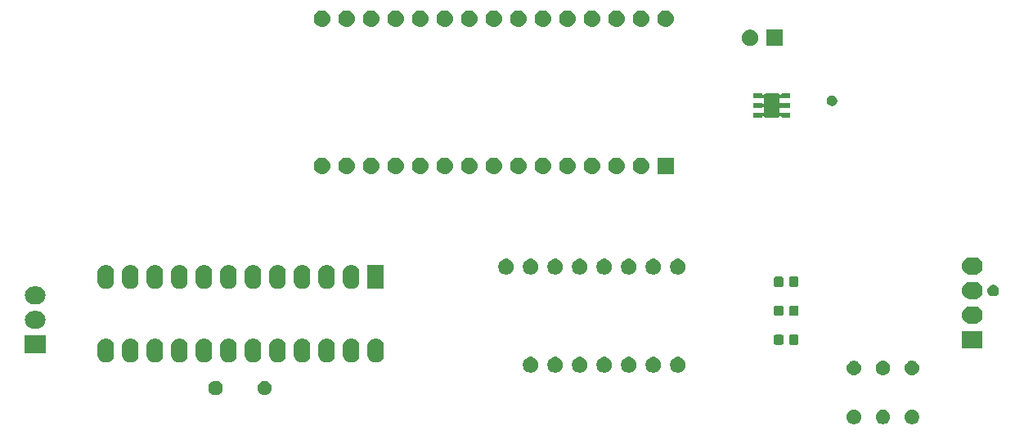
<source format=gbr>
G04 #@! TF.GenerationSoftware,KiCad,Pcbnew,(5.1.0)-1*
G04 #@! TF.CreationDate,2019-07-24T14:01:51+02:00*
G04 #@! TF.ProjectId,AirSensorModule,41697253-656e-4736-9f72-4d6f64756c65,rev?*
G04 #@! TF.SameCoordinates,Original*
G04 #@! TF.FileFunction,Soldermask,Top*
G04 #@! TF.FilePolarity,Negative*
%FSLAX46Y46*%
G04 Gerber Fmt 4.6, Leading zero omitted, Abs format (unit mm)*
G04 Created by KiCad (PCBNEW (5.1.0)-1) date 2019-07-24 14:01:51*
%MOMM*%
%LPD*%
G04 APERTURE LIST*
%ADD10C,0.100000*%
G04 APERTURE END LIST*
D10*
G36*
X212219059Y-121277860D02*
G01*
X212355732Y-121334472D01*
X212478735Y-121416660D01*
X212583340Y-121521265D01*
X212665528Y-121644268D01*
X212722140Y-121780941D01*
X212751000Y-121926033D01*
X212751000Y-122073967D01*
X212722140Y-122219059D01*
X212665528Y-122355732D01*
X212583340Y-122478735D01*
X212478735Y-122583340D01*
X212355732Y-122665528D01*
X212355731Y-122665529D01*
X212355730Y-122665529D01*
X212219059Y-122722140D01*
X212073968Y-122751000D01*
X211926032Y-122751000D01*
X211780941Y-122722140D01*
X211644270Y-122665529D01*
X211644269Y-122665529D01*
X211644268Y-122665528D01*
X211521265Y-122583340D01*
X211416660Y-122478735D01*
X211334472Y-122355732D01*
X211277860Y-122219059D01*
X211249000Y-122073967D01*
X211249000Y-121926033D01*
X211277860Y-121780941D01*
X211334472Y-121644268D01*
X211416660Y-121521265D01*
X211521265Y-121416660D01*
X211644268Y-121334472D01*
X211780941Y-121277860D01*
X211926032Y-121249000D01*
X212073968Y-121249000D01*
X212219059Y-121277860D01*
X212219059Y-121277860D01*
G37*
G36*
X215219059Y-121277860D02*
G01*
X215355732Y-121334472D01*
X215478735Y-121416660D01*
X215583340Y-121521265D01*
X215665528Y-121644268D01*
X215722140Y-121780941D01*
X215751000Y-121926033D01*
X215751000Y-122073967D01*
X215722140Y-122219059D01*
X215665528Y-122355732D01*
X215583340Y-122478735D01*
X215478735Y-122583340D01*
X215355732Y-122665528D01*
X215355731Y-122665529D01*
X215355730Y-122665529D01*
X215219059Y-122722140D01*
X215073968Y-122751000D01*
X214926032Y-122751000D01*
X214780941Y-122722140D01*
X214644270Y-122665529D01*
X214644269Y-122665529D01*
X214644268Y-122665528D01*
X214521265Y-122583340D01*
X214416660Y-122478735D01*
X214334472Y-122355732D01*
X214277860Y-122219059D01*
X214249000Y-122073967D01*
X214249000Y-121926033D01*
X214277860Y-121780941D01*
X214334472Y-121644268D01*
X214416660Y-121521265D01*
X214521265Y-121416660D01*
X214644268Y-121334472D01*
X214780941Y-121277860D01*
X214926032Y-121249000D01*
X215073968Y-121249000D01*
X215219059Y-121277860D01*
X215219059Y-121277860D01*
G37*
G36*
X218219059Y-121277860D02*
G01*
X218355732Y-121334472D01*
X218478735Y-121416660D01*
X218583340Y-121521265D01*
X218665528Y-121644268D01*
X218722140Y-121780941D01*
X218751000Y-121926033D01*
X218751000Y-122073967D01*
X218722140Y-122219059D01*
X218665528Y-122355732D01*
X218583340Y-122478735D01*
X218478735Y-122583340D01*
X218355732Y-122665528D01*
X218355731Y-122665529D01*
X218355730Y-122665529D01*
X218219059Y-122722140D01*
X218073968Y-122751000D01*
X217926032Y-122751000D01*
X217780941Y-122722140D01*
X217644270Y-122665529D01*
X217644269Y-122665529D01*
X217644268Y-122665528D01*
X217521265Y-122583340D01*
X217416660Y-122478735D01*
X217334472Y-122355732D01*
X217277860Y-122219059D01*
X217249000Y-122073967D01*
X217249000Y-121926033D01*
X217277860Y-121780941D01*
X217334472Y-121644268D01*
X217416660Y-121521265D01*
X217521265Y-121416660D01*
X217644268Y-121334472D01*
X217780941Y-121277860D01*
X217926032Y-121249000D01*
X218073968Y-121249000D01*
X218219059Y-121277860D01*
X218219059Y-121277860D01*
G37*
G36*
X151219059Y-118277860D02*
G01*
X151279294Y-118302810D01*
X151355732Y-118334472D01*
X151478735Y-118416660D01*
X151583340Y-118521265D01*
X151665528Y-118644268D01*
X151722140Y-118780941D01*
X151751000Y-118926033D01*
X151751000Y-119073967D01*
X151722140Y-119219059D01*
X151665528Y-119355732D01*
X151583340Y-119478735D01*
X151478735Y-119583340D01*
X151355732Y-119665528D01*
X151355731Y-119665529D01*
X151355730Y-119665529D01*
X151219059Y-119722140D01*
X151073968Y-119751000D01*
X150926032Y-119751000D01*
X150780941Y-119722140D01*
X150644270Y-119665529D01*
X150644269Y-119665529D01*
X150644268Y-119665528D01*
X150521265Y-119583340D01*
X150416660Y-119478735D01*
X150334472Y-119355732D01*
X150277860Y-119219059D01*
X150249000Y-119073967D01*
X150249000Y-118926033D01*
X150277860Y-118780941D01*
X150334472Y-118644268D01*
X150416660Y-118521265D01*
X150521265Y-118416660D01*
X150644268Y-118334472D01*
X150720707Y-118302810D01*
X150780941Y-118277860D01*
X150926032Y-118249000D01*
X151073968Y-118249000D01*
X151219059Y-118277860D01*
X151219059Y-118277860D01*
G37*
G36*
X145993665Y-118252622D02*
G01*
X146067222Y-118259867D01*
X146208786Y-118302810D01*
X146339252Y-118372546D01*
X146369040Y-118396992D01*
X146453607Y-118466393D01*
X146523008Y-118550960D01*
X146547454Y-118580748D01*
X146617190Y-118711214D01*
X146660133Y-118852778D01*
X146674633Y-119000000D01*
X146660133Y-119147222D01*
X146617190Y-119288786D01*
X146547454Y-119419252D01*
X146523008Y-119449040D01*
X146453607Y-119533607D01*
X146393004Y-119583341D01*
X146339252Y-119627454D01*
X146208786Y-119697190D01*
X146067222Y-119740133D01*
X145993665Y-119747378D01*
X145956888Y-119751000D01*
X145883112Y-119751000D01*
X145846335Y-119747378D01*
X145772778Y-119740133D01*
X145631214Y-119697190D01*
X145500748Y-119627454D01*
X145446996Y-119583341D01*
X145386393Y-119533607D01*
X145316992Y-119449040D01*
X145292546Y-119419252D01*
X145222810Y-119288786D01*
X145179867Y-119147222D01*
X145165367Y-119000000D01*
X145179867Y-118852778D01*
X145222810Y-118711214D01*
X145292546Y-118580748D01*
X145316992Y-118550960D01*
X145386393Y-118466393D01*
X145470960Y-118396992D01*
X145500748Y-118372546D01*
X145631214Y-118302810D01*
X145772778Y-118259867D01*
X145846335Y-118252622D01*
X145883112Y-118249000D01*
X145956888Y-118249000D01*
X145993665Y-118252622D01*
X145993665Y-118252622D01*
G37*
G36*
X215073665Y-116172622D02*
G01*
X215147222Y-116179867D01*
X215288786Y-116222810D01*
X215419252Y-116292546D01*
X215440549Y-116310024D01*
X215533607Y-116386393D01*
X215603008Y-116470960D01*
X215627454Y-116500748D01*
X215697190Y-116631214D01*
X215740133Y-116772778D01*
X215754633Y-116920000D01*
X215740133Y-117067222D01*
X215697190Y-117208786D01*
X215697189Y-117208788D01*
X215662322Y-117274019D01*
X215627454Y-117339252D01*
X215603008Y-117369040D01*
X215533607Y-117453607D01*
X215449040Y-117523008D01*
X215419252Y-117547454D01*
X215288786Y-117617190D01*
X215147222Y-117660133D01*
X215073665Y-117667378D01*
X215036888Y-117671000D01*
X214963112Y-117671000D01*
X214926335Y-117667378D01*
X214852778Y-117660133D01*
X214711214Y-117617190D01*
X214580748Y-117547454D01*
X214550960Y-117523008D01*
X214466393Y-117453607D01*
X214396992Y-117369040D01*
X214372546Y-117339252D01*
X214337678Y-117274019D01*
X214302811Y-117208788D01*
X214302810Y-117208786D01*
X214259867Y-117067222D01*
X214245367Y-116920000D01*
X214259867Y-116772778D01*
X214302810Y-116631214D01*
X214372546Y-116500748D01*
X214396992Y-116470960D01*
X214466393Y-116386393D01*
X214559451Y-116310024D01*
X214580748Y-116292546D01*
X214711214Y-116222810D01*
X214852778Y-116179867D01*
X214926335Y-116172622D01*
X214963112Y-116169000D01*
X215036888Y-116169000D01*
X215073665Y-116172622D01*
X215073665Y-116172622D01*
G37*
G36*
X218073665Y-116172622D02*
G01*
X218147222Y-116179867D01*
X218288786Y-116222810D01*
X218419252Y-116292546D01*
X218440549Y-116310024D01*
X218533607Y-116386393D01*
X218603008Y-116470960D01*
X218627454Y-116500748D01*
X218697190Y-116631214D01*
X218740133Y-116772778D01*
X218754633Y-116920000D01*
X218740133Y-117067222D01*
X218697190Y-117208786D01*
X218697189Y-117208788D01*
X218662322Y-117274019D01*
X218627454Y-117339252D01*
X218603008Y-117369040D01*
X218533607Y-117453607D01*
X218449040Y-117523008D01*
X218419252Y-117547454D01*
X218288786Y-117617190D01*
X218147222Y-117660133D01*
X218073665Y-117667378D01*
X218036888Y-117671000D01*
X217963112Y-117671000D01*
X217926335Y-117667378D01*
X217852778Y-117660133D01*
X217711214Y-117617190D01*
X217580748Y-117547454D01*
X217550960Y-117523008D01*
X217466393Y-117453607D01*
X217396992Y-117369040D01*
X217372546Y-117339252D01*
X217337678Y-117274019D01*
X217302811Y-117208788D01*
X217302810Y-117208786D01*
X217259867Y-117067222D01*
X217245367Y-116920000D01*
X217259867Y-116772778D01*
X217302810Y-116631214D01*
X217372546Y-116500748D01*
X217396992Y-116470960D01*
X217466393Y-116386393D01*
X217559451Y-116310024D01*
X217580748Y-116292546D01*
X217711214Y-116222810D01*
X217852778Y-116179867D01*
X217926335Y-116172622D01*
X217963112Y-116169000D01*
X218036888Y-116169000D01*
X218073665Y-116172622D01*
X218073665Y-116172622D01*
G37*
G36*
X212073665Y-116172622D02*
G01*
X212147222Y-116179867D01*
X212288786Y-116222810D01*
X212419252Y-116292546D01*
X212440549Y-116310024D01*
X212533607Y-116386393D01*
X212603008Y-116470960D01*
X212627454Y-116500748D01*
X212697190Y-116631214D01*
X212740133Y-116772778D01*
X212754633Y-116920000D01*
X212740133Y-117067222D01*
X212697190Y-117208786D01*
X212697189Y-117208788D01*
X212662322Y-117274019D01*
X212627454Y-117339252D01*
X212603008Y-117369040D01*
X212533607Y-117453607D01*
X212449040Y-117523008D01*
X212419252Y-117547454D01*
X212288786Y-117617190D01*
X212147222Y-117660133D01*
X212073665Y-117667378D01*
X212036888Y-117671000D01*
X211963112Y-117671000D01*
X211926335Y-117667378D01*
X211852778Y-117660133D01*
X211711214Y-117617190D01*
X211580748Y-117547454D01*
X211550960Y-117523008D01*
X211466393Y-117453607D01*
X211396992Y-117369040D01*
X211372546Y-117339252D01*
X211337678Y-117274019D01*
X211302811Y-117208788D01*
X211302810Y-117208786D01*
X211259867Y-117067222D01*
X211245367Y-116920000D01*
X211259867Y-116772778D01*
X211302810Y-116631214D01*
X211372546Y-116500748D01*
X211396992Y-116470960D01*
X211466393Y-116386393D01*
X211559451Y-116310024D01*
X211580748Y-116292546D01*
X211711214Y-116222810D01*
X211852778Y-116179867D01*
X211926335Y-116172622D01*
X211963112Y-116169000D01*
X212036888Y-116169000D01*
X212073665Y-116172622D01*
X212073665Y-116172622D01*
G37*
G36*
X188937142Y-115818242D02*
G01*
X189085101Y-115879529D01*
X189218255Y-115968499D01*
X189331501Y-116081745D01*
X189420471Y-116214899D01*
X189481758Y-116362858D01*
X189513000Y-116519925D01*
X189513000Y-116680075D01*
X189481758Y-116837142D01*
X189420471Y-116985101D01*
X189331501Y-117118255D01*
X189218255Y-117231501D01*
X189085101Y-117320471D01*
X188937142Y-117381758D01*
X188780075Y-117413000D01*
X188619925Y-117413000D01*
X188462858Y-117381758D01*
X188314899Y-117320471D01*
X188181745Y-117231501D01*
X188068499Y-117118255D01*
X187979529Y-116985101D01*
X187918242Y-116837142D01*
X187887000Y-116680075D01*
X187887000Y-116519925D01*
X187918242Y-116362858D01*
X187979529Y-116214899D01*
X188068499Y-116081745D01*
X188181745Y-115968499D01*
X188314899Y-115879529D01*
X188462858Y-115818242D01*
X188619925Y-115787000D01*
X188780075Y-115787000D01*
X188937142Y-115818242D01*
X188937142Y-115818242D01*
G37*
G36*
X181317142Y-115818242D02*
G01*
X181465101Y-115879529D01*
X181598255Y-115968499D01*
X181711501Y-116081745D01*
X181800471Y-116214899D01*
X181861758Y-116362858D01*
X181893000Y-116519925D01*
X181893000Y-116680075D01*
X181861758Y-116837142D01*
X181800471Y-116985101D01*
X181711501Y-117118255D01*
X181598255Y-117231501D01*
X181465101Y-117320471D01*
X181317142Y-117381758D01*
X181160075Y-117413000D01*
X180999925Y-117413000D01*
X180842858Y-117381758D01*
X180694899Y-117320471D01*
X180561745Y-117231501D01*
X180448499Y-117118255D01*
X180359529Y-116985101D01*
X180298242Y-116837142D01*
X180267000Y-116680075D01*
X180267000Y-116519925D01*
X180298242Y-116362858D01*
X180359529Y-116214899D01*
X180448499Y-116081745D01*
X180561745Y-115968499D01*
X180694899Y-115879529D01*
X180842858Y-115818242D01*
X180999925Y-115787000D01*
X181160075Y-115787000D01*
X181317142Y-115818242D01*
X181317142Y-115818242D01*
G37*
G36*
X183857142Y-115818242D02*
G01*
X184005101Y-115879529D01*
X184138255Y-115968499D01*
X184251501Y-116081745D01*
X184340471Y-116214899D01*
X184401758Y-116362858D01*
X184433000Y-116519925D01*
X184433000Y-116680075D01*
X184401758Y-116837142D01*
X184340471Y-116985101D01*
X184251501Y-117118255D01*
X184138255Y-117231501D01*
X184005101Y-117320471D01*
X183857142Y-117381758D01*
X183700075Y-117413000D01*
X183539925Y-117413000D01*
X183382858Y-117381758D01*
X183234899Y-117320471D01*
X183101745Y-117231501D01*
X182988499Y-117118255D01*
X182899529Y-116985101D01*
X182838242Y-116837142D01*
X182807000Y-116680075D01*
X182807000Y-116519925D01*
X182838242Y-116362858D01*
X182899529Y-116214899D01*
X182988499Y-116081745D01*
X183101745Y-115968499D01*
X183234899Y-115879529D01*
X183382858Y-115818242D01*
X183539925Y-115787000D01*
X183700075Y-115787000D01*
X183857142Y-115818242D01*
X183857142Y-115818242D01*
G37*
G36*
X186397142Y-115818242D02*
G01*
X186545101Y-115879529D01*
X186678255Y-115968499D01*
X186791501Y-116081745D01*
X186880471Y-116214899D01*
X186941758Y-116362858D01*
X186973000Y-116519925D01*
X186973000Y-116680075D01*
X186941758Y-116837142D01*
X186880471Y-116985101D01*
X186791501Y-117118255D01*
X186678255Y-117231501D01*
X186545101Y-117320471D01*
X186397142Y-117381758D01*
X186240075Y-117413000D01*
X186079925Y-117413000D01*
X185922858Y-117381758D01*
X185774899Y-117320471D01*
X185641745Y-117231501D01*
X185528499Y-117118255D01*
X185439529Y-116985101D01*
X185378242Y-116837142D01*
X185347000Y-116680075D01*
X185347000Y-116519925D01*
X185378242Y-116362858D01*
X185439529Y-116214899D01*
X185528499Y-116081745D01*
X185641745Y-115968499D01*
X185774899Y-115879529D01*
X185922858Y-115818242D01*
X186079925Y-115787000D01*
X186240075Y-115787000D01*
X186397142Y-115818242D01*
X186397142Y-115818242D01*
G37*
G36*
X191477142Y-115818242D02*
G01*
X191625101Y-115879529D01*
X191758255Y-115968499D01*
X191871501Y-116081745D01*
X191960471Y-116214899D01*
X192021758Y-116362858D01*
X192053000Y-116519925D01*
X192053000Y-116680075D01*
X192021758Y-116837142D01*
X191960471Y-116985101D01*
X191871501Y-117118255D01*
X191758255Y-117231501D01*
X191625101Y-117320471D01*
X191477142Y-117381758D01*
X191320075Y-117413000D01*
X191159925Y-117413000D01*
X191002858Y-117381758D01*
X190854899Y-117320471D01*
X190721745Y-117231501D01*
X190608499Y-117118255D01*
X190519529Y-116985101D01*
X190458242Y-116837142D01*
X190427000Y-116680075D01*
X190427000Y-116519925D01*
X190458242Y-116362858D01*
X190519529Y-116214899D01*
X190608499Y-116081745D01*
X190721745Y-115968499D01*
X190854899Y-115879529D01*
X191002858Y-115818242D01*
X191159925Y-115787000D01*
X191320075Y-115787000D01*
X191477142Y-115818242D01*
X191477142Y-115818242D01*
G37*
G36*
X194017142Y-115818242D02*
G01*
X194165101Y-115879529D01*
X194298255Y-115968499D01*
X194411501Y-116081745D01*
X194500471Y-116214899D01*
X194561758Y-116362858D01*
X194593000Y-116519925D01*
X194593000Y-116680075D01*
X194561758Y-116837142D01*
X194500471Y-116985101D01*
X194411501Y-117118255D01*
X194298255Y-117231501D01*
X194165101Y-117320471D01*
X194017142Y-117381758D01*
X193860075Y-117413000D01*
X193699925Y-117413000D01*
X193542858Y-117381758D01*
X193394899Y-117320471D01*
X193261745Y-117231501D01*
X193148499Y-117118255D01*
X193059529Y-116985101D01*
X192998242Y-116837142D01*
X192967000Y-116680075D01*
X192967000Y-116519925D01*
X192998242Y-116362858D01*
X193059529Y-116214899D01*
X193148499Y-116081745D01*
X193261745Y-115968499D01*
X193394899Y-115879529D01*
X193542858Y-115818242D01*
X193699925Y-115787000D01*
X193860075Y-115787000D01*
X194017142Y-115818242D01*
X194017142Y-115818242D01*
G37*
G36*
X178777142Y-115818242D02*
G01*
X178925101Y-115879529D01*
X179058255Y-115968499D01*
X179171501Y-116081745D01*
X179260471Y-116214899D01*
X179321758Y-116362858D01*
X179353000Y-116519925D01*
X179353000Y-116680075D01*
X179321758Y-116837142D01*
X179260471Y-116985101D01*
X179171501Y-117118255D01*
X179058255Y-117231501D01*
X178925101Y-117320471D01*
X178777142Y-117381758D01*
X178620075Y-117413000D01*
X178459925Y-117413000D01*
X178302858Y-117381758D01*
X178154899Y-117320471D01*
X178021745Y-117231501D01*
X177908499Y-117118255D01*
X177819529Y-116985101D01*
X177758242Y-116837142D01*
X177727000Y-116680075D01*
X177727000Y-116519925D01*
X177758242Y-116362858D01*
X177819529Y-116214899D01*
X177908499Y-116081745D01*
X178021745Y-115968499D01*
X178154899Y-115879529D01*
X178302858Y-115818242D01*
X178459925Y-115787000D01*
X178620075Y-115787000D01*
X178777142Y-115818242D01*
X178777142Y-115818242D01*
G37*
G36*
X144886823Y-113881313D02*
G01*
X145047242Y-113929976D01*
X145179906Y-114000886D01*
X145195078Y-114008996D01*
X145324659Y-114115341D01*
X145431004Y-114244922D01*
X145431005Y-114244924D01*
X145510024Y-114392758D01*
X145558687Y-114553178D01*
X145571000Y-114678197D01*
X145571000Y-115561804D01*
X145558687Y-115686823D01*
X145510024Y-115847242D01*
X145492766Y-115879529D01*
X145431004Y-115995078D01*
X145359879Y-116081743D01*
X145324659Y-116124659D01*
X145195077Y-116231005D01*
X145047241Y-116310024D01*
X144886822Y-116358687D01*
X144720000Y-116375117D01*
X144553177Y-116358687D01*
X144392758Y-116310024D01*
X144244924Y-116231005D01*
X144244922Y-116231004D01*
X144115341Y-116124659D01*
X144080122Y-116081745D01*
X144008995Y-115995077D01*
X143929976Y-115847241D01*
X143881313Y-115686822D01*
X143869000Y-115561803D01*
X143869000Y-114678197D01*
X143881314Y-114553177D01*
X143929977Y-114392758D01*
X144008996Y-114244924D01*
X144008997Y-114244922D01*
X144115342Y-114115341D01*
X144244923Y-114008996D01*
X144260095Y-114000886D01*
X144392759Y-113929976D01*
X144553178Y-113881313D01*
X144720000Y-113864883D01*
X144886823Y-113881313D01*
X144886823Y-113881313D01*
G37*
G36*
X142346823Y-113881313D02*
G01*
X142507242Y-113929976D01*
X142639906Y-114000886D01*
X142655078Y-114008996D01*
X142784659Y-114115341D01*
X142891004Y-114244922D01*
X142891005Y-114244924D01*
X142970024Y-114392758D01*
X143018687Y-114553178D01*
X143031000Y-114678197D01*
X143031000Y-115561804D01*
X143018687Y-115686823D01*
X142970024Y-115847242D01*
X142952766Y-115879529D01*
X142891004Y-115995078D01*
X142819879Y-116081743D01*
X142784659Y-116124659D01*
X142655077Y-116231005D01*
X142507241Y-116310024D01*
X142346822Y-116358687D01*
X142180000Y-116375117D01*
X142013177Y-116358687D01*
X141852758Y-116310024D01*
X141704924Y-116231005D01*
X141704922Y-116231004D01*
X141575341Y-116124659D01*
X141540122Y-116081745D01*
X141468995Y-115995077D01*
X141389976Y-115847241D01*
X141341313Y-115686822D01*
X141329000Y-115561803D01*
X141329000Y-114678197D01*
X141341314Y-114553177D01*
X141389977Y-114392758D01*
X141468996Y-114244924D01*
X141468997Y-114244922D01*
X141575342Y-114115341D01*
X141704923Y-114008996D01*
X141720095Y-114000886D01*
X141852759Y-113929976D01*
X142013178Y-113881313D01*
X142180000Y-113864883D01*
X142346823Y-113881313D01*
X142346823Y-113881313D01*
G37*
G36*
X139806823Y-113881313D02*
G01*
X139967242Y-113929976D01*
X140099906Y-114000886D01*
X140115078Y-114008996D01*
X140244659Y-114115341D01*
X140351004Y-114244922D01*
X140351005Y-114244924D01*
X140430024Y-114392758D01*
X140478687Y-114553178D01*
X140491000Y-114678197D01*
X140491000Y-115561804D01*
X140478687Y-115686823D01*
X140430024Y-115847242D01*
X140412766Y-115879529D01*
X140351004Y-115995078D01*
X140279879Y-116081743D01*
X140244659Y-116124659D01*
X140115077Y-116231005D01*
X139967241Y-116310024D01*
X139806822Y-116358687D01*
X139640000Y-116375117D01*
X139473177Y-116358687D01*
X139312758Y-116310024D01*
X139164924Y-116231005D01*
X139164922Y-116231004D01*
X139035341Y-116124659D01*
X139000122Y-116081745D01*
X138928995Y-115995077D01*
X138849976Y-115847241D01*
X138801313Y-115686822D01*
X138789000Y-115561803D01*
X138789000Y-114678197D01*
X138801314Y-114553177D01*
X138849977Y-114392758D01*
X138928996Y-114244924D01*
X138928997Y-114244922D01*
X139035342Y-114115341D01*
X139164923Y-114008996D01*
X139180095Y-114000886D01*
X139312759Y-113929976D01*
X139473178Y-113881313D01*
X139640000Y-113864883D01*
X139806823Y-113881313D01*
X139806823Y-113881313D01*
G37*
G36*
X137266823Y-113881313D02*
G01*
X137427242Y-113929976D01*
X137559906Y-114000886D01*
X137575078Y-114008996D01*
X137704659Y-114115341D01*
X137811004Y-114244922D01*
X137811005Y-114244924D01*
X137890024Y-114392758D01*
X137938687Y-114553178D01*
X137951000Y-114678197D01*
X137951000Y-115561804D01*
X137938687Y-115686823D01*
X137890024Y-115847242D01*
X137872766Y-115879529D01*
X137811004Y-115995078D01*
X137739879Y-116081743D01*
X137704659Y-116124659D01*
X137575077Y-116231005D01*
X137427241Y-116310024D01*
X137266822Y-116358687D01*
X137100000Y-116375117D01*
X136933177Y-116358687D01*
X136772758Y-116310024D01*
X136624924Y-116231005D01*
X136624922Y-116231004D01*
X136495341Y-116124659D01*
X136460122Y-116081745D01*
X136388995Y-115995077D01*
X136309976Y-115847241D01*
X136261313Y-115686822D01*
X136249000Y-115561803D01*
X136249000Y-114678197D01*
X136261314Y-114553177D01*
X136309977Y-114392758D01*
X136388996Y-114244924D01*
X136388997Y-114244922D01*
X136495342Y-114115341D01*
X136624923Y-114008996D01*
X136640095Y-114000886D01*
X136772759Y-113929976D01*
X136933178Y-113881313D01*
X137100000Y-113864883D01*
X137266823Y-113881313D01*
X137266823Y-113881313D01*
G37*
G36*
X134726823Y-113881313D02*
G01*
X134887242Y-113929976D01*
X135019906Y-114000886D01*
X135035078Y-114008996D01*
X135164659Y-114115341D01*
X135271004Y-114244922D01*
X135271005Y-114244924D01*
X135350024Y-114392758D01*
X135398687Y-114553178D01*
X135411000Y-114678197D01*
X135411000Y-115561804D01*
X135398687Y-115686823D01*
X135350024Y-115847242D01*
X135332766Y-115879529D01*
X135271004Y-115995078D01*
X135199879Y-116081743D01*
X135164659Y-116124659D01*
X135035077Y-116231005D01*
X134887241Y-116310024D01*
X134726822Y-116358687D01*
X134560000Y-116375117D01*
X134393177Y-116358687D01*
X134232758Y-116310024D01*
X134084924Y-116231005D01*
X134084922Y-116231004D01*
X133955341Y-116124659D01*
X133920122Y-116081745D01*
X133848995Y-115995077D01*
X133769976Y-115847241D01*
X133721313Y-115686822D01*
X133709000Y-115561803D01*
X133709000Y-114678197D01*
X133721314Y-114553177D01*
X133769977Y-114392758D01*
X133848996Y-114244924D01*
X133848997Y-114244922D01*
X133955342Y-114115341D01*
X134084923Y-114008996D01*
X134100095Y-114000886D01*
X134232759Y-113929976D01*
X134393178Y-113881313D01*
X134560000Y-113864883D01*
X134726823Y-113881313D01*
X134726823Y-113881313D01*
G37*
G36*
X147426823Y-113881313D02*
G01*
X147587242Y-113929976D01*
X147719906Y-114000886D01*
X147735078Y-114008996D01*
X147864659Y-114115341D01*
X147971004Y-114244922D01*
X147971005Y-114244924D01*
X148050024Y-114392758D01*
X148098687Y-114553178D01*
X148111000Y-114678197D01*
X148111000Y-115561804D01*
X148098687Y-115686823D01*
X148050024Y-115847242D01*
X148032766Y-115879529D01*
X147971004Y-115995078D01*
X147899879Y-116081743D01*
X147864659Y-116124659D01*
X147735077Y-116231005D01*
X147587241Y-116310024D01*
X147426822Y-116358687D01*
X147260000Y-116375117D01*
X147093177Y-116358687D01*
X146932758Y-116310024D01*
X146784924Y-116231005D01*
X146784922Y-116231004D01*
X146655341Y-116124659D01*
X146620122Y-116081745D01*
X146548995Y-115995077D01*
X146469976Y-115847241D01*
X146421313Y-115686822D01*
X146409000Y-115561803D01*
X146409000Y-114678197D01*
X146421314Y-114553177D01*
X146469977Y-114392758D01*
X146548996Y-114244924D01*
X146548997Y-114244922D01*
X146655342Y-114115341D01*
X146784923Y-114008996D01*
X146800095Y-114000886D01*
X146932759Y-113929976D01*
X147093178Y-113881313D01*
X147260000Y-113864883D01*
X147426823Y-113881313D01*
X147426823Y-113881313D01*
G37*
G36*
X149966823Y-113881313D02*
G01*
X150127242Y-113929976D01*
X150259906Y-114000886D01*
X150275078Y-114008996D01*
X150404659Y-114115341D01*
X150511004Y-114244922D01*
X150511005Y-114244924D01*
X150590024Y-114392758D01*
X150638687Y-114553178D01*
X150651000Y-114678197D01*
X150651000Y-115561804D01*
X150638687Y-115686823D01*
X150590024Y-115847242D01*
X150572766Y-115879529D01*
X150511004Y-115995078D01*
X150439879Y-116081743D01*
X150404659Y-116124659D01*
X150275077Y-116231005D01*
X150127241Y-116310024D01*
X149966822Y-116358687D01*
X149800000Y-116375117D01*
X149633177Y-116358687D01*
X149472758Y-116310024D01*
X149324924Y-116231005D01*
X149324922Y-116231004D01*
X149195341Y-116124659D01*
X149160122Y-116081745D01*
X149088995Y-115995077D01*
X149009976Y-115847241D01*
X148961313Y-115686822D01*
X148949000Y-115561803D01*
X148949000Y-114678197D01*
X148961314Y-114553177D01*
X149009977Y-114392758D01*
X149088996Y-114244924D01*
X149088997Y-114244922D01*
X149195342Y-114115341D01*
X149324923Y-114008996D01*
X149340095Y-114000886D01*
X149472759Y-113929976D01*
X149633178Y-113881313D01*
X149800000Y-113864883D01*
X149966823Y-113881313D01*
X149966823Y-113881313D01*
G37*
G36*
X152506823Y-113881313D02*
G01*
X152667242Y-113929976D01*
X152799906Y-114000886D01*
X152815078Y-114008996D01*
X152944659Y-114115341D01*
X153051004Y-114244922D01*
X153051005Y-114244924D01*
X153130024Y-114392758D01*
X153178687Y-114553178D01*
X153191000Y-114678197D01*
X153191000Y-115561804D01*
X153178687Y-115686823D01*
X153130024Y-115847242D01*
X153112766Y-115879529D01*
X153051004Y-115995078D01*
X152979879Y-116081743D01*
X152944659Y-116124659D01*
X152815077Y-116231005D01*
X152667241Y-116310024D01*
X152506822Y-116358687D01*
X152340000Y-116375117D01*
X152173177Y-116358687D01*
X152012758Y-116310024D01*
X151864924Y-116231005D01*
X151864922Y-116231004D01*
X151735341Y-116124659D01*
X151700122Y-116081745D01*
X151628995Y-115995077D01*
X151549976Y-115847241D01*
X151501313Y-115686822D01*
X151489000Y-115561803D01*
X151489000Y-114678197D01*
X151501314Y-114553177D01*
X151549977Y-114392758D01*
X151628996Y-114244924D01*
X151628997Y-114244922D01*
X151735342Y-114115341D01*
X151864923Y-114008996D01*
X151880095Y-114000886D01*
X152012759Y-113929976D01*
X152173178Y-113881313D01*
X152340000Y-113864883D01*
X152506823Y-113881313D01*
X152506823Y-113881313D01*
G37*
G36*
X155046823Y-113881313D02*
G01*
X155207242Y-113929976D01*
X155339906Y-114000886D01*
X155355078Y-114008996D01*
X155484659Y-114115341D01*
X155591004Y-114244922D01*
X155591005Y-114244924D01*
X155670024Y-114392758D01*
X155718687Y-114553178D01*
X155731000Y-114678197D01*
X155731000Y-115561804D01*
X155718687Y-115686823D01*
X155670024Y-115847242D01*
X155652766Y-115879529D01*
X155591004Y-115995078D01*
X155519879Y-116081743D01*
X155484659Y-116124659D01*
X155355077Y-116231005D01*
X155207241Y-116310024D01*
X155046822Y-116358687D01*
X154880000Y-116375117D01*
X154713177Y-116358687D01*
X154552758Y-116310024D01*
X154404924Y-116231005D01*
X154404922Y-116231004D01*
X154275341Y-116124659D01*
X154240122Y-116081745D01*
X154168995Y-115995077D01*
X154089976Y-115847241D01*
X154041313Y-115686822D01*
X154029000Y-115561803D01*
X154029000Y-114678197D01*
X154041314Y-114553177D01*
X154089977Y-114392758D01*
X154168996Y-114244924D01*
X154168997Y-114244922D01*
X154275342Y-114115341D01*
X154404923Y-114008996D01*
X154420095Y-114000886D01*
X154552759Y-113929976D01*
X154713178Y-113881313D01*
X154880000Y-113864883D01*
X155046823Y-113881313D01*
X155046823Y-113881313D01*
G37*
G36*
X157586823Y-113881313D02*
G01*
X157747242Y-113929976D01*
X157879906Y-114000886D01*
X157895078Y-114008996D01*
X158024659Y-114115341D01*
X158131004Y-114244922D01*
X158131005Y-114244924D01*
X158210024Y-114392758D01*
X158258687Y-114553178D01*
X158271000Y-114678197D01*
X158271000Y-115561804D01*
X158258687Y-115686823D01*
X158210024Y-115847242D01*
X158192766Y-115879529D01*
X158131004Y-115995078D01*
X158059879Y-116081743D01*
X158024659Y-116124659D01*
X157895077Y-116231005D01*
X157747241Y-116310024D01*
X157586822Y-116358687D01*
X157420000Y-116375117D01*
X157253177Y-116358687D01*
X157092758Y-116310024D01*
X156944924Y-116231005D01*
X156944922Y-116231004D01*
X156815341Y-116124659D01*
X156780122Y-116081745D01*
X156708995Y-115995077D01*
X156629976Y-115847241D01*
X156581313Y-115686822D01*
X156569000Y-115561803D01*
X156569000Y-114678197D01*
X156581314Y-114553177D01*
X156629977Y-114392758D01*
X156708996Y-114244924D01*
X156708997Y-114244922D01*
X156815342Y-114115341D01*
X156944923Y-114008996D01*
X156960095Y-114000886D01*
X157092759Y-113929976D01*
X157253178Y-113881313D01*
X157420000Y-113864883D01*
X157586823Y-113881313D01*
X157586823Y-113881313D01*
G37*
G36*
X160126823Y-113881313D02*
G01*
X160287242Y-113929976D01*
X160419906Y-114000886D01*
X160435078Y-114008996D01*
X160564659Y-114115341D01*
X160671004Y-114244922D01*
X160671005Y-114244924D01*
X160750024Y-114392758D01*
X160798687Y-114553178D01*
X160811000Y-114678197D01*
X160811000Y-115561804D01*
X160798687Y-115686823D01*
X160750024Y-115847242D01*
X160732766Y-115879529D01*
X160671004Y-115995078D01*
X160599879Y-116081743D01*
X160564659Y-116124659D01*
X160435077Y-116231005D01*
X160287241Y-116310024D01*
X160126822Y-116358687D01*
X159960000Y-116375117D01*
X159793177Y-116358687D01*
X159632758Y-116310024D01*
X159484924Y-116231005D01*
X159484922Y-116231004D01*
X159355341Y-116124659D01*
X159320122Y-116081745D01*
X159248995Y-115995077D01*
X159169976Y-115847241D01*
X159121313Y-115686822D01*
X159109000Y-115561803D01*
X159109000Y-114678197D01*
X159121314Y-114553177D01*
X159169977Y-114392758D01*
X159248996Y-114244924D01*
X159248997Y-114244922D01*
X159355342Y-114115341D01*
X159484923Y-114008996D01*
X159500095Y-114000886D01*
X159632759Y-113929976D01*
X159793178Y-113881313D01*
X159960000Y-113864883D01*
X160126823Y-113881313D01*
X160126823Y-113881313D01*
G37*
G36*
X162666823Y-113881313D02*
G01*
X162827242Y-113929976D01*
X162959906Y-114000886D01*
X162975078Y-114008996D01*
X163104659Y-114115341D01*
X163211004Y-114244922D01*
X163211005Y-114244924D01*
X163290024Y-114392758D01*
X163338687Y-114553178D01*
X163351000Y-114678197D01*
X163351000Y-115561804D01*
X163338687Y-115686823D01*
X163290024Y-115847242D01*
X163272766Y-115879529D01*
X163211004Y-115995078D01*
X163139879Y-116081743D01*
X163104659Y-116124659D01*
X162975077Y-116231005D01*
X162827241Y-116310024D01*
X162666822Y-116358687D01*
X162500000Y-116375117D01*
X162333177Y-116358687D01*
X162172758Y-116310024D01*
X162024924Y-116231005D01*
X162024922Y-116231004D01*
X161895341Y-116124659D01*
X161860122Y-116081745D01*
X161788995Y-115995077D01*
X161709976Y-115847241D01*
X161661313Y-115686822D01*
X161649000Y-115561803D01*
X161649000Y-114678197D01*
X161661314Y-114553177D01*
X161709977Y-114392758D01*
X161788996Y-114244924D01*
X161788997Y-114244922D01*
X161895342Y-114115341D01*
X162024923Y-114008996D01*
X162040095Y-114000886D01*
X162172759Y-113929976D01*
X162333178Y-113881313D01*
X162500000Y-113864883D01*
X162666823Y-113881313D01*
X162666823Y-113881313D01*
G37*
G36*
X128316000Y-115416000D02*
G01*
X126184000Y-115416000D01*
X126184000Y-113584000D01*
X128316000Y-113584000D01*
X128316000Y-115416000D01*
X128316000Y-115416000D01*
G37*
G36*
X225316000Y-114916000D02*
G01*
X223184000Y-114916000D01*
X223184000Y-113084000D01*
X225316000Y-113084000D01*
X225316000Y-114916000D01*
X225316000Y-114916000D01*
G37*
G36*
X204554591Y-113478085D02*
G01*
X204588569Y-113488393D01*
X204619890Y-113505134D01*
X204647339Y-113527661D01*
X204669866Y-113555110D01*
X204686607Y-113586431D01*
X204696915Y-113620409D01*
X204701000Y-113661890D01*
X204701000Y-114338110D01*
X204696915Y-114379591D01*
X204686607Y-114413569D01*
X204669866Y-114444890D01*
X204647339Y-114472339D01*
X204619890Y-114494866D01*
X204588569Y-114511607D01*
X204554591Y-114521915D01*
X204513110Y-114526000D01*
X203911890Y-114526000D01*
X203870409Y-114521915D01*
X203836431Y-114511607D01*
X203805110Y-114494866D01*
X203777661Y-114472339D01*
X203755134Y-114444890D01*
X203738393Y-114413569D01*
X203728085Y-114379591D01*
X203724000Y-114338110D01*
X203724000Y-113661890D01*
X203728085Y-113620409D01*
X203738393Y-113586431D01*
X203755134Y-113555110D01*
X203777661Y-113527661D01*
X203805110Y-113505134D01*
X203836431Y-113488393D01*
X203870409Y-113478085D01*
X203911890Y-113474000D01*
X204513110Y-113474000D01*
X204554591Y-113478085D01*
X204554591Y-113478085D01*
G37*
G36*
X206129591Y-113478085D02*
G01*
X206163569Y-113488393D01*
X206194890Y-113505134D01*
X206222339Y-113527661D01*
X206244866Y-113555110D01*
X206261607Y-113586431D01*
X206271915Y-113620409D01*
X206276000Y-113661890D01*
X206276000Y-114338110D01*
X206271915Y-114379591D01*
X206261607Y-114413569D01*
X206244866Y-114444890D01*
X206222339Y-114472339D01*
X206194890Y-114494866D01*
X206163569Y-114511607D01*
X206129591Y-114521915D01*
X206088110Y-114526000D01*
X205486890Y-114526000D01*
X205445409Y-114521915D01*
X205411431Y-114511607D01*
X205380110Y-114494866D01*
X205352661Y-114472339D01*
X205330134Y-114444890D01*
X205313393Y-114413569D01*
X205303085Y-114379591D01*
X205299000Y-114338110D01*
X205299000Y-113661890D01*
X205303085Y-113620409D01*
X205313393Y-113586431D01*
X205330134Y-113555110D01*
X205352661Y-113527661D01*
X205380110Y-113505134D01*
X205411431Y-113488393D01*
X205445409Y-113478085D01*
X205486890Y-113474000D01*
X206088110Y-113474000D01*
X206129591Y-113478085D01*
X206129591Y-113478085D01*
G37*
G36*
X127560343Y-111055361D02*
G01*
X127579568Y-111057254D01*
X127752234Y-111109632D01*
X127911365Y-111194689D01*
X128050844Y-111309156D01*
X128165311Y-111448635D01*
X128250368Y-111607766D01*
X128302746Y-111780433D01*
X128320432Y-111960000D01*
X128302746Y-112139567D01*
X128250368Y-112312234D01*
X128165311Y-112471365D01*
X128050844Y-112610844D01*
X127911365Y-112725311D01*
X127752234Y-112810368D01*
X127579568Y-112862746D01*
X127560343Y-112864639D01*
X127444998Y-112876000D01*
X127055002Y-112876000D01*
X126939657Y-112864639D01*
X126920432Y-112862746D01*
X126747766Y-112810368D01*
X126588635Y-112725311D01*
X126449156Y-112610844D01*
X126334689Y-112471365D01*
X126249632Y-112312234D01*
X126197254Y-112139567D01*
X126179568Y-111960000D01*
X126197254Y-111780433D01*
X126249632Y-111607766D01*
X126334689Y-111448635D01*
X126449156Y-111309156D01*
X126588635Y-111194689D01*
X126747766Y-111109632D01*
X126920432Y-111057254D01*
X126939657Y-111055361D01*
X127055002Y-111044000D01*
X127444998Y-111044000D01*
X127560343Y-111055361D01*
X127560343Y-111055361D01*
G37*
G36*
X224557799Y-110555110D02*
G01*
X224579568Y-110557254D01*
X224662963Y-110582552D01*
X224752234Y-110609632D01*
X224911365Y-110694689D01*
X225050844Y-110809156D01*
X225165311Y-110948635D01*
X225250368Y-111107766D01*
X225302746Y-111280433D01*
X225320432Y-111460000D01*
X225302746Y-111639567D01*
X225250368Y-111812234D01*
X225165311Y-111971365D01*
X225050844Y-112110844D01*
X224911365Y-112225311D01*
X224752234Y-112310368D01*
X224665900Y-112336557D01*
X224579568Y-112362746D01*
X224560343Y-112364639D01*
X224444998Y-112376000D01*
X224055002Y-112376000D01*
X223939657Y-112364639D01*
X223920432Y-112362746D01*
X223834100Y-112336557D01*
X223747766Y-112310368D01*
X223588635Y-112225311D01*
X223449156Y-112110844D01*
X223334689Y-111971365D01*
X223249632Y-111812234D01*
X223197254Y-111639567D01*
X223179568Y-111460000D01*
X223197254Y-111280433D01*
X223249632Y-111107766D01*
X223334689Y-110948635D01*
X223449156Y-110809156D01*
X223588635Y-110694689D01*
X223747766Y-110609632D01*
X223837037Y-110582552D01*
X223920432Y-110557254D01*
X223942201Y-110555110D01*
X224055002Y-110544000D01*
X224444998Y-110544000D01*
X224557799Y-110555110D01*
X224557799Y-110555110D01*
G37*
G36*
X206129591Y-110478085D02*
G01*
X206163569Y-110488393D01*
X206194890Y-110505134D01*
X206222339Y-110527661D01*
X206244866Y-110555110D01*
X206261607Y-110586431D01*
X206271915Y-110620409D01*
X206276000Y-110661890D01*
X206276000Y-111338110D01*
X206271915Y-111379591D01*
X206261607Y-111413569D01*
X206244866Y-111444890D01*
X206222339Y-111472339D01*
X206194890Y-111494866D01*
X206163569Y-111511607D01*
X206129591Y-111521915D01*
X206088110Y-111526000D01*
X205486890Y-111526000D01*
X205445409Y-111521915D01*
X205411431Y-111511607D01*
X205380110Y-111494866D01*
X205352661Y-111472339D01*
X205330134Y-111444890D01*
X205313393Y-111413569D01*
X205303085Y-111379591D01*
X205299000Y-111338110D01*
X205299000Y-110661890D01*
X205303085Y-110620409D01*
X205313393Y-110586431D01*
X205330134Y-110555110D01*
X205352661Y-110527661D01*
X205380110Y-110505134D01*
X205411431Y-110488393D01*
X205445409Y-110478085D01*
X205486890Y-110474000D01*
X206088110Y-110474000D01*
X206129591Y-110478085D01*
X206129591Y-110478085D01*
G37*
G36*
X204554591Y-110478085D02*
G01*
X204588569Y-110488393D01*
X204619890Y-110505134D01*
X204647339Y-110527661D01*
X204669866Y-110555110D01*
X204686607Y-110586431D01*
X204696915Y-110620409D01*
X204701000Y-110661890D01*
X204701000Y-111338110D01*
X204696915Y-111379591D01*
X204686607Y-111413569D01*
X204669866Y-111444890D01*
X204647339Y-111472339D01*
X204619890Y-111494866D01*
X204588569Y-111511607D01*
X204554591Y-111521915D01*
X204513110Y-111526000D01*
X203911890Y-111526000D01*
X203870409Y-111521915D01*
X203836431Y-111511607D01*
X203805110Y-111494866D01*
X203777661Y-111472339D01*
X203755134Y-111444890D01*
X203738393Y-111413569D01*
X203728085Y-111379591D01*
X203724000Y-111338110D01*
X203724000Y-110661890D01*
X203728085Y-110620409D01*
X203738393Y-110586431D01*
X203755134Y-110555110D01*
X203777661Y-110527661D01*
X203805110Y-110505134D01*
X203836431Y-110488393D01*
X203870409Y-110478085D01*
X203911890Y-110474000D01*
X204513110Y-110474000D01*
X204554591Y-110478085D01*
X204554591Y-110478085D01*
G37*
G36*
X127560343Y-108515361D02*
G01*
X127579568Y-108517254D01*
X127608399Y-108526000D01*
X127752234Y-108569632D01*
X127911365Y-108654689D01*
X128050844Y-108769156D01*
X128165311Y-108908635D01*
X128250368Y-109067766D01*
X128258722Y-109095305D01*
X128291901Y-109204680D01*
X128302746Y-109240433D01*
X128320432Y-109420000D01*
X128302746Y-109599567D01*
X128250368Y-109772234D01*
X128165311Y-109931365D01*
X128050844Y-110070844D01*
X127911365Y-110185311D01*
X127752234Y-110270368D01*
X127665900Y-110296557D01*
X127579568Y-110322746D01*
X127560343Y-110324639D01*
X127444998Y-110336000D01*
X127055002Y-110336000D01*
X126939657Y-110324639D01*
X126920432Y-110322746D01*
X126834100Y-110296557D01*
X126747766Y-110270368D01*
X126588635Y-110185311D01*
X126449156Y-110070844D01*
X126334689Y-109931365D01*
X126249632Y-109772234D01*
X126197254Y-109599567D01*
X126179568Y-109420000D01*
X126197254Y-109240433D01*
X126208100Y-109204680D01*
X126241278Y-109095305D01*
X126249632Y-109067766D01*
X126334689Y-108908635D01*
X126449156Y-108769156D01*
X126588635Y-108654689D01*
X126747766Y-108569632D01*
X126891601Y-108526000D01*
X126920432Y-108517254D01*
X126939657Y-108515361D01*
X127055002Y-108504000D01*
X127444998Y-108504000D01*
X127560343Y-108515361D01*
X127560343Y-108515361D01*
G37*
G36*
X224560343Y-108015361D02*
G01*
X224579568Y-108017254D01*
X224752234Y-108069632D01*
X224911365Y-108154689D01*
X225050844Y-108269156D01*
X225165311Y-108408635D01*
X225250368Y-108567766D01*
X225250368Y-108567767D01*
X225302217Y-108738687D01*
X225302746Y-108740433D01*
X225320432Y-108920000D01*
X225302746Y-109099567D01*
X225250368Y-109272234D01*
X225165311Y-109431365D01*
X225050844Y-109570844D01*
X224911365Y-109685311D01*
X224752234Y-109770368D01*
X224665900Y-109796557D01*
X224579568Y-109822746D01*
X224560343Y-109824639D01*
X224444998Y-109836000D01*
X224055002Y-109836000D01*
X223939657Y-109824639D01*
X223920432Y-109822746D01*
X223747766Y-109770368D01*
X223588635Y-109685311D01*
X223449156Y-109570844D01*
X223334689Y-109431365D01*
X223249632Y-109272234D01*
X223197254Y-109099567D01*
X223179568Y-108920000D01*
X223197254Y-108740433D01*
X223197784Y-108738687D01*
X223249632Y-108567767D01*
X223249632Y-108567766D01*
X223334689Y-108408635D01*
X223449156Y-108269156D01*
X223588635Y-108154689D01*
X223747766Y-108069632D01*
X223834100Y-108043443D01*
X223920432Y-108017254D01*
X223939657Y-108015361D01*
X224055002Y-108004000D01*
X224444998Y-108004000D01*
X224560343Y-108015361D01*
X224560343Y-108015361D01*
G37*
G36*
X226521483Y-108329401D02*
G01*
X226585305Y-108342096D01*
X226617340Y-108355365D01*
X226694680Y-108387400D01*
X226793115Y-108453173D01*
X226876827Y-108536885D01*
X226942600Y-108635320D01*
X226965259Y-108690025D01*
X226987904Y-108744695D01*
X227011000Y-108860807D01*
X227011000Y-108979193D01*
X226987904Y-109095305D01*
X226986138Y-109099568D01*
X226942600Y-109204680D01*
X226876827Y-109303115D01*
X226793115Y-109386827D01*
X226694680Y-109452600D01*
X226617340Y-109484635D01*
X226585305Y-109497904D01*
X226546601Y-109505603D01*
X226469195Y-109521000D01*
X226350805Y-109521000D01*
X226273399Y-109505603D01*
X226234695Y-109497904D01*
X226202660Y-109484635D01*
X226125320Y-109452600D01*
X226026885Y-109386827D01*
X225943173Y-109303115D01*
X225877400Y-109204680D01*
X225833862Y-109099568D01*
X225832096Y-109095305D01*
X225809000Y-108979193D01*
X225809000Y-108860807D01*
X225832096Y-108744695D01*
X225854741Y-108690025D01*
X225877400Y-108635320D01*
X225943173Y-108536885D01*
X226026885Y-108453173D01*
X226125320Y-108387400D01*
X226202660Y-108355365D01*
X226234695Y-108342096D01*
X226298517Y-108329401D01*
X226350805Y-108319000D01*
X226469195Y-108319000D01*
X226521483Y-108329401D01*
X226521483Y-108329401D01*
G37*
G36*
X147426823Y-106261313D02*
G01*
X147587242Y-106309976D01*
X147718248Y-106380000D01*
X147735078Y-106388996D01*
X147864659Y-106495341D01*
X147971004Y-106624922D01*
X147971005Y-106624924D01*
X148050024Y-106772758D01*
X148098687Y-106933178D01*
X148111000Y-107058197D01*
X148111000Y-107941804D01*
X148098687Y-108066823D01*
X148050024Y-108227242D01*
X148000978Y-108319000D01*
X147971004Y-108375078D01*
X147891183Y-108472339D01*
X147864659Y-108504659D01*
X147735077Y-108611005D01*
X147587241Y-108690024D01*
X147426822Y-108738687D01*
X147260000Y-108755117D01*
X147093177Y-108738687D01*
X146932758Y-108690024D01*
X146784924Y-108611005D01*
X146784922Y-108611004D01*
X146655341Y-108504659D01*
X146639073Y-108484836D01*
X146548995Y-108375077D01*
X146469976Y-108227241D01*
X146421313Y-108066822D01*
X146409000Y-107941803D01*
X146409000Y-107058197D01*
X146421314Y-106933177D01*
X146469977Y-106772758D01*
X146548996Y-106624924D01*
X146548997Y-106624922D01*
X146655342Y-106495341D01*
X146784923Y-106388996D01*
X146801753Y-106380000D01*
X146932759Y-106309976D01*
X147093178Y-106261313D01*
X147260000Y-106244883D01*
X147426823Y-106261313D01*
X147426823Y-106261313D01*
G37*
G36*
X142346823Y-106261313D02*
G01*
X142507242Y-106309976D01*
X142638248Y-106380000D01*
X142655078Y-106388996D01*
X142784659Y-106495341D01*
X142891004Y-106624922D01*
X142891005Y-106624924D01*
X142970024Y-106772758D01*
X143018687Y-106933178D01*
X143031000Y-107058197D01*
X143031000Y-107941804D01*
X143018687Y-108066823D01*
X142970024Y-108227242D01*
X142920978Y-108319000D01*
X142891004Y-108375078D01*
X142811183Y-108472339D01*
X142784659Y-108504659D01*
X142655077Y-108611005D01*
X142507241Y-108690024D01*
X142346822Y-108738687D01*
X142180000Y-108755117D01*
X142013177Y-108738687D01*
X141852758Y-108690024D01*
X141704924Y-108611005D01*
X141704922Y-108611004D01*
X141575341Y-108504659D01*
X141559073Y-108484836D01*
X141468995Y-108375077D01*
X141389976Y-108227241D01*
X141341313Y-108066822D01*
X141329000Y-107941803D01*
X141329000Y-107058197D01*
X141341314Y-106933177D01*
X141389977Y-106772758D01*
X141468996Y-106624924D01*
X141468997Y-106624922D01*
X141575342Y-106495341D01*
X141704923Y-106388996D01*
X141721753Y-106380000D01*
X141852759Y-106309976D01*
X142013178Y-106261313D01*
X142180000Y-106244883D01*
X142346823Y-106261313D01*
X142346823Y-106261313D01*
G37*
G36*
X144886823Y-106261313D02*
G01*
X145047242Y-106309976D01*
X145178248Y-106380000D01*
X145195078Y-106388996D01*
X145324659Y-106495341D01*
X145431004Y-106624922D01*
X145431005Y-106624924D01*
X145510024Y-106772758D01*
X145558687Y-106933178D01*
X145571000Y-107058197D01*
X145571000Y-107941804D01*
X145558687Y-108066823D01*
X145510024Y-108227242D01*
X145460978Y-108319000D01*
X145431004Y-108375078D01*
X145351183Y-108472339D01*
X145324659Y-108504659D01*
X145195077Y-108611005D01*
X145047241Y-108690024D01*
X144886822Y-108738687D01*
X144720000Y-108755117D01*
X144553177Y-108738687D01*
X144392758Y-108690024D01*
X144244924Y-108611005D01*
X144244922Y-108611004D01*
X144115341Y-108504659D01*
X144099073Y-108484836D01*
X144008995Y-108375077D01*
X143929976Y-108227241D01*
X143881313Y-108066822D01*
X143869000Y-107941803D01*
X143869000Y-107058197D01*
X143881314Y-106933177D01*
X143929977Y-106772758D01*
X144008996Y-106624924D01*
X144008997Y-106624922D01*
X144115342Y-106495341D01*
X144244923Y-106388996D01*
X144261753Y-106380000D01*
X144392759Y-106309976D01*
X144553178Y-106261313D01*
X144720000Y-106244883D01*
X144886823Y-106261313D01*
X144886823Y-106261313D01*
G37*
G36*
X139806823Y-106261313D02*
G01*
X139967242Y-106309976D01*
X140098248Y-106380000D01*
X140115078Y-106388996D01*
X140244659Y-106495341D01*
X140351004Y-106624922D01*
X140351005Y-106624924D01*
X140430024Y-106772758D01*
X140478687Y-106933178D01*
X140491000Y-107058197D01*
X140491000Y-107941804D01*
X140478687Y-108066823D01*
X140430024Y-108227242D01*
X140380978Y-108319000D01*
X140351004Y-108375078D01*
X140271183Y-108472339D01*
X140244659Y-108504659D01*
X140115077Y-108611005D01*
X139967241Y-108690024D01*
X139806822Y-108738687D01*
X139640000Y-108755117D01*
X139473177Y-108738687D01*
X139312758Y-108690024D01*
X139164924Y-108611005D01*
X139164922Y-108611004D01*
X139035341Y-108504659D01*
X139019073Y-108484836D01*
X138928995Y-108375077D01*
X138849976Y-108227241D01*
X138801313Y-108066822D01*
X138789000Y-107941803D01*
X138789000Y-107058197D01*
X138801314Y-106933177D01*
X138849977Y-106772758D01*
X138928996Y-106624924D01*
X138928997Y-106624922D01*
X139035342Y-106495341D01*
X139164923Y-106388996D01*
X139181753Y-106380000D01*
X139312759Y-106309976D01*
X139473178Y-106261313D01*
X139640000Y-106244883D01*
X139806823Y-106261313D01*
X139806823Y-106261313D01*
G37*
G36*
X137266823Y-106261313D02*
G01*
X137427242Y-106309976D01*
X137558248Y-106380000D01*
X137575078Y-106388996D01*
X137704659Y-106495341D01*
X137811004Y-106624922D01*
X137811005Y-106624924D01*
X137890024Y-106772758D01*
X137938687Y-106933178D01*
X137951000Y-107058197D01*
X137951000Y-107941804D01*
X137938687Y-108066823D01*
X137890024Y-108227242D01*
X137840978Y-108319000D01*
X137811004Y-108375078D01*
X137731183Y-108472339D01*
X137704659Y-108504659D01*
X137575077Y-108611005D01*
X137427241Y-108690024D01*
X137266822Y-108738687D01*
X137100000Y-108755117D01*
X136933177Y-108738687D01*
X136772758Y-108690024D01*
X136624924Y-108611005D01*
X136624922Y-108611004D01*
X136495341Y-108504659D01*
X136479073Y-108484836D01*
X136388995Y-108375077D01*
X136309976Y-108227241D01*
X136261313Y-108066822D01*
X136249000Y-107941803D01*
X136249000Y-107058197D01*
X136261314Y-106933177D01*
X136309977Y-106772758D01*
X136388996Y-106624924D01*
X136388997Y-106624922D01*
X136495342Y-106495341D01*
X136624923Y-106388996D01*
X136641753Y-106380000D01*
X136772759Y-106309976D01*
X136933178Y-106261313D01*
X137100000Y-106244883D01*
X137266823Y-106261313D01*
X137266823Y-106261313D01*
G37*
G36*
X134726823Y-106261313D02*
G01*
X134887242Y-106309976D01*
X135018248Y-106380000D01*
X135035078Y-106388996D01*
X135164659Y-106495341D01*
X135271004Y-106624922D01*
X135271005Y-106624924D01*
X135350024Y-106772758D01*
X135398687Y-106933178D01*
X135411000Y-107058197D01*
X135411000Y-107941804D01*
X135398687Y-108066823D01*
X135350024Y-108227242D01*
X135300978Y-108319000D01*
X135271004Y-108375078D01*
X135191183Y-108472339D01*
X135164659Y-108504659D01*
X135035077Y-108611005D01*
X134887241Y-108690024D01*
X134726822Y-108738687D01*
X134560000Y-108755117D01*
X134393177Y-108738687D01*
X134232758Y-108690024D01*
X134084924Y-108611005D01*
X134084922Y-108611004D01*
X133955341Y-108504659D01*
X133939073Y-108484836D01*
X133848995Y-108375077D01*
X133769976Y-108227241D01*
X133721313Y-108066822D01*
X133709000Y-107941803D01*
X133709000Y-107058197D01*
X133721314Y-106933177D01*
X133769977Y-106772758D01*
X133848996Y-106624924D01*
X133848997Y-106624922D01*
X133955342Y-106495341D01*
X134084923Y-106388996D01*
X134101753Y-106380000D01*
X134232759Y-106309976D01*
X134393178Y-106261313D01*
X134560000Y-106244883D01*
X134726823Y-106261313D01*
X134726823Y-106261313D01*
G37*
G36*
X149966823Y-106261313D02*
G01*
X150127242Y-106309976D01*
X150258248Y-106380000D01*
X150275078Y-106388996D01*
X150404659Y-106495341D01*
X150511004Y-106624922D01*
X150511005Y-106624924D01*
X150590024Y-106772758D01*
X150638687Y-106933178D01*
X150651000Y-107058197D01*
X150651000Y-107941804D01*
X150638687Y-108066823D01*
X150590024Y-108227242D01*
X150540978Y-108319000D01*
X150511004Y-108375078D01*
X150431183Y-108472339D01*
X150404659Y-108504659D01*
X150275077Y-108611005D01*
X150127241Y-108690024D01*
X149966822Y-108738687D01*
X149800000Y-108755117D01*
X149633177Y-108738687D01*
X149472758Y-108690024D01*
X149324924Y-108611005D01*
X149324922Y-108611004D01*
X149195341Y-108504659D01*
X149179073Y-108484836D01*
X149088995Y-108375077D01*
X149009976Y-108227241D01*
X148961313Y-108066822D01*
X148949000Y-107941803D01*
X148949000Y-107058197D01*
X148961314Y-106933177D01*
X149009977Y-106772758D01*
X149088996Y-106624924D01*
X149088997Y-106624922D01*
X149195342Y-106495341D01*
X149324923Y-106388996D01*
X149341753Y-106380000D01*
X149472759Y-106309976D01*
X149633178Y-106261313D01*
X149800000Y-106244883D01*
X149966823Y-106261313D01*
X149966823Y-106261313D01*
G37*
G36*
X152506823Y-106261313D02*
G01*
X152667242Y-106309976D01*
X152798248Y-106380000D01*
X152815078Y-106388996D01*
X152944659Y-106495341D01*
X153051004Y-106624922D01*
X153051005Y-106624924D01*
X153130024Y-106772758D01*
X153178687Y-106933178D01*
X153191000Y-107058197D01*
X153191000Y-107941804D01*
X153178687Y-108066823D01*
X153130024Y-108227242D01*
X153080978Y-108319000D01*
X153051004Y-108375078D01*
X152971183Y-108472339D01*
X152944659Y-108504659D01*
X152815077Y-108611005D01*
X152667241Y-108690024D01*
X152506822Y-108738687D01*
X152340000Y-108755117D01*
X152173177Y-108738687D01*
X152012758Y-108690024D01*
X151864924Y-108611005D01*
X151864922Y-108611004D01*
X151735341Y-108504659D01*
X151719073Y-108484836D01*
X151628995Y-108375077D01*
X151549976Y-108227241D01*
X151501313Y-108066822D01*
X151489000Y-107941803D01*
X151489000Y-107058197D01*
X151501314Y-106933177D01*
X151549977Y-106772758D01*
X151628996Y-106624924D01*
X151628997Y-106624922D01*
X151735342Y-106495341D01*
X151864923Y-106388996D01*
X151881753Y-106380000D01*
X152012759Y-106309976D01*
X152173178Y-106261313D01*
X152340000Y-106244883D01*
X152506823Y-106261313D01*
X152506823Y-106261313D01*
G37*
G36*
X155046823Y-106261313D02*
G01*
X155207242Y-106309976D01*
X155338248Y-106380000D01*
X155355078Y-106388996D01*
X155484659Y-106495341D01*
X155591004Y-106624922D01*
X155591005Y-106624924D01*
X155670024Y-106772758D01*
X155718687Y-106933178D01*
X155731000Y-107058197D01*
X155731000Y-107941804D01*
X155718687Y-108066823D01*
X155670024Y-108227242D01*
X155620978Y-108319000D01*
X155591004Y-108375078D01*
X155511183Y-108472339D01*
X155484659Y-108504659D01*
X155355077Y-108611005D01*
X155207241Y-108690024D01*
X155046822Y-108738687D01*
X154880000Y-108755117D01*
X154713177Y-108738687D01*
X154552758Y-108690024D01*
X154404924Y-108611005D01*
X154404922Y-108611004D01*
X154275341Y-108504659D01*
X154259073Y-108484836D01*
X154168995Y-108375077D01*
X154089976Y-108227241D01*
X154041313Y-108066822D01*
X154029000Y-107941803D01*
X154029000Y-107058197D01*
X154041314Y-106933177D01*
X154089977Y-106772758D01*
X154168996Y-106624924D01*
X154168997Y-106624922D01*
X154275342Y-106495341D01*
X154404923Y-106388996D01*
X154421753Y-106380000D01*
X154552759Y-106309976D01*
X154713178Y-106261313D01*
X154880000Y-106244883D01*
X155046823Y-106261313D01*
X155046823Y-106261313D01*
G37*
G36*
X157586823Y-106261313D02*
G01*
X157747242Y-106309976D01*
X157878248Y-106380000D01*
X157895078Y-106388996D01*
X158024659Y-106495341D01*
X158131004Y-106624922D01*
X158131005Y-106624924D01*
X158210024Y-106772758D01*
X158258687Y-106933178D01*
X158271000Y-107058197D01*
X158271000Y-107941804D01*
X158258687Y-108066823D01*
X158210024Y-108227242D01*
X158160978Y-108319000D01*
X158131004Y-108375078D01*
X158051183Y-108472339D01*
X158024659Y-108504659D01*
X157895077Y-108611005D01*
X157747241Y-108690024D01*
X157586822Y-108738687D01*
X157420000Y-108755117D01*
X157253177Y-108738687D01*
X157092758Y-108690024D01*
X156944924Y-108611005D01*
X156944922Y-108611004D01*
X156815341Y-108504659D01*
X156799073Y-108484836D01*
X156708995Y-108375077D01*
X156629976Y-108227241D01*
X156581313Y-108066822D01*
X156569000Y-107941803D01*
X156569000Y-107058197D01*
X156581314Y-106933177D01*
X156629977Y-106772758D01*
X156708996Y-106624924D01*
X156708997Y-106624922D01*
X156815342Y-106495341D01*
X156944923Y-106388996D01*
X156961753Y-106380000D01*
X157092759Y-106309976D01*
X157253178Y-106261313D01*
X157420000Y-106244883D01*
X157586823Y-106261313D01*
X157586823Y-106261313D01*
G37*
G36*
X160126823Y-106261313D02*
G01*
X160287242Y-106309976D01*
X160418248Y-106380000D01*
X160435078Y-106388996D01*
X160564659Y-106495341D01*
X160671004Y-106624922D01*
X160671005Y-106624924D01*
X160750024Y-106772758D01*
X160798687Y-106933178D01*
X160811000Y-107058197D01*
X160811000Y-107941804D01*
X160798687Y-108066823D01*
X160750024Y-108227242D01*
X160700978Y-108319000D01*
X160671004Y-108375078D01*
X160591183Y-108472339D01*
X160564659Y-108504659D01*
X160435077Y-108611005D01*
X160287241Y-108690024D01*
X160126822Y-108738687D01*
X159960000Y-108755117D01*
X159793177Y-108738687D01*
X159632758Y-108690024D01*
X159484924Y-108611005D01*
X159484922Y-108611004D01*
X159355341Y-108504659D01*
X159339073Y-108484836D01*
X159248995Y-108375077D01*
X159169976Y-108227241D01*
X159121313Y-108066822D01*
X159109000Y-107941803D01*
X159109000Y-107058197D01*
X159121314Y-106933177D01*
X159169977Y-106772758D01*
X159248996Y-106624924D01*
X159248997Y-106624922D01*
X159355342Y-106495341D01*
X159484923Y-106388996D01*
X159501753Y-106380000D01*
X159632759Y-106309976D01*
X159793178Y-106261313D01*
X159960000Y-106244883D01*
X160126823Y-106261313D01*
X160126823Y-106261313D01*
G37*
G36*
X163351000Y-108751000D02*
G01*
X161649000Y-108751000D01*
X161649000Y-106249000D01*
X163351000Y-106249000D01*
X163351000Y-108751000D01*
X163351000Y-108751000D01*
G37*
G36*
X206129591Y-107478085D02*
G01*
X206163569Y-107488393D01*
X206194890Y-107505134D01*
X206222339Y-107527661D01*
X206244866Y-107555110D01*
X206261607Y-107586431D01*
X206271915Y-107620409D01*
X206276000Y-107661890D01*
X206276000Y-108338110D01*
X206271915Y-108379591D01*
X206261607Y-108413569D01*
X206244866Y-108444890D01*
X206222339Y-108472339D01*
X206194890Y-108494866D01*
X206163569Y-108511607D01*
X206129591Y-108521915D01*
X206088110Y-108526000D01*
X205486890Y-108526000D01*
X205445409Y-108521915D01*
X205411431Y-108511607D01*
X205380110Y-108494866D01*
X205352661Y-108472339D01*
X205330134Y-108444890D01*
X205313393Y-108413569D01*
X205303085Y-108379591D01*
X205299000Y-108338110D01*
X205299000Y-107661890D01*
X205303085Y-107620409D01*
X205313393Y-107586431D01*
X205330134Y-107555110D01*
X205352661Y-107527661D01*
X205380110Y-107505134D01*
X205411431Y-107488393D01*
X205445409Y-107478085D01*
X205486890Y-107474000D01*
X206088110Y-107474000D01*
X206129591Y-107478085D01*
X206129591Y-107478085D01*
G37*
G36*
X204554591Y-107478085D02*
G01*
X204588569Y-107488393D01*
X204619890Y-107505134D01*
X204647339Y-107527661D01*
X204669866Y-107555110D01*
X204686607Y-107586431D01*
X204696915Y-107620409D01*
X204701000Y-107661890D01*
X204701000Y-108338110D01*
X204696915Y-108379591D01*
X204686607Y-108413569D01*
X204669866Y-108444890D01*
X204647339Y-108472339D01*
X204619890Y-108494866D01*
X204588569Y-108511607D01*
X204554591Y-108521915D01*
X204513110Y-108526000D01*
X203911890Y-108526000D01*
X203870409Y-108521915D01*
X203836431Y-108511607D01*
X203805110Y-108494866D01*
X203777661Y-108472339D01*
X203755134Y-108444890D01*
X203738393Y-108413569D01*
X203728085Y-108379591D01*
X203724000Y-108338110D01*
X203724000Y-107661890D01*
X203728085Y-107620409D01*
X203738393Y-107586431D01*
X203755134Y-107555110D01*
X203777661Y-107527661D01*
X203805110Y-107505134D01*
X203836431Y-107488393D01*
X203870409Y-107478085D01*
X203911890Y-107474000D01*
X204513110Y-107474000D01*
X204554591Y-107478085D01*
X204554591Y-107478085D01*
G37*
G36*
X224560343Y-105475361D02*
G01*
X224579568Y-105477254D01*
X224752234Y-105529632D01*
X224911365Y-105614689D01*
X225050844Y-105729156D01*
X225165311Y-105868635D01*
X225250368Y-106027766D01*
X225302746Y-106200433D01*
X225320432Y-106380000D01*
X225302746Y-106559567D01*
X225250368Y-106732234D01*
X225165311Y-106891365D01*
X225050844Y-107030844D01*
X224911365Y-107145311D01*
X224752234Y-107230368D01*
X224677626Y-107253000D01*
X224579568Y-107282746D01*
X224560343Y-107284639D01*
X224444998Y-107296000D01*
X224055002Y-107296000D01*
X223939657Y-107284639D01*
X223920432Y-107282746D01*
X223822374Y-107253000D01*
X223747766Y-107230368D01*
X223588635Y-107145311D01*
X223449156Y-107030844D01*
X223334689Y-106891365D01*
X223249632Y-106732234D01*
X223197254Y-106559567D01*
X223179568Y-106380000D01*
X223197254Y-106200433D01*
X223249632Y-106027766D01*
X223334689Y-105868635D01*
X223449156Y-105729156D01*
X223588635Y-105614689D01*
X223747766Y-105529632D01*
X223920432Y-105477254D01*
X223939657Y-105475361D01*
X224055002Y-105464000D01*
X224444998Y-105464000D01*
X224560343Y-105475361D01*
X224560343Y-105475361D01*
G37*
G36*
X194017142Y-105658242D02*
G01*
X194165101Y-105719529D01*
X194298255Y-105808499D01*
X194411501Y-105921745D01*
X194500471Y-106054899D01*
X194561758Y-106202858D01*
X194593000Y-106359925D01*
X194593000Y-106520075D01*
X194561758Y-106677142D01*
X194500471Y-106825101D01*
X194411501Y-106958255D01*
X194298255Y-107071501D01*
X194165101Y-107160471D01*
X194017142Y-107221758D01*
X193860075Y-107253000D01*
X193699925Y-107253000D01*
X193542858Y-107221758D01*
X193394899Y-107160471D01*
X193261745Y-107071501D01*
X193148499Y-106958255D01*
X193059529Y-106825101D01*
X192998242Y-106677142D01*
X192967000Y-106520075D01*
X192967000Y-106359925D01*
X192998242Y-106202858D01*
X193059529Y-106054899D01*
X193148499Y-105921745D01*
X193261745Y-105808499D01*
X193394899Y-105719529D01*
X193542858Y-105658242D01*
X193699925Y-105627000D01*
X193860075Y-105627000D01*
X194017142Y-105658242D01*
X194017142Y-105658242D01*
G37*
G36*
X176237142Y-105658242D02*
G01*
X176385101Y-105719529D01*
X176518255Y-105808499D01*
X176631501Y-105921745D01*
X176720471Y-106054899D01*
X176781758Y-106202858D01*
X176813000Y-106359925D01*
X176813000Y-106520075D01*
X176781758Y-106677142D01*
X176720471Y-106825101D01*
X176631501Y-106958255D01*
X176518255Y-107071501D01*
X176385101Y-107160471D01*
X176237142Y-107221758D01*
X176080075Y-107253000D01*
X175919925Y-107253000D01*
X175762858Y-107221758D01*
X175614899Y-107160471D01*
X175481745Y-107071501D01*
X175368499Y-106958255D01*
X175279529Y-106825101D01*
X175218242Y-106677142D01*
X175187000Y-106520075D01*
X175187000Y-106359925D01*
X175218242Y-106202858D01*
X175279529Y-106054899D01*
X175368499Y-105921745D01*
X175481745Y-105808499D01*
X175614899Y-105719529D01*
X175762858Y-105658242D01*
X175919925Y-105627000D01*
X176080075Y-105627000D01*
X176237142Y-105658242D01*
X176237142Y-105658242D01*
G37*
G36*
X178777142Y-105658242D02*
G01*
X178925101Y-105719529D01*
X179058255Y-105808499D01*
X179171501Y-105921745D01*
X179260471Y-106054899D01*
X179321758Y-106202858D01*
X179353000Y-106359925D01*
X179353000Y-106520075D01*
X179321758Y-106677142D01*
X179260471Y-106825101D01*
X179171501Y-106958255D01*
X179058255Y-107071501D01*
X178925101Y-107160471D01*
X178777142Y-107221758D01*
X178620075Y-107253000D01*
X178459925Y-107253000D01*
X178302858Y-107221758D01*
X178154899Y-107160471D01*
X178021745Y-107071501D01*
X177908499Y-106958255D01*
X177819529Y-106825101D01*
X177758242Y-106677142D01*
X177727000Y-106520075D01*
X177727000Y-106359925D01*
X177758242Y-106202858D01*
X177819529Y-106054899D01*
X177908499Y-105921745D01*
X178021745Y-105808499D01*
X178154899Y-105719529D01*
X178302858Y-105658242D01*
X178459925Y-105627000D01*
X178620075Y-105627000D01*
X178777142Y-105658242D01*
X178777142Y-105658242D01*
G37*
G36*
X181317142Y-105658242D02*
G01*
X181465101Y-105719529D01*
X181598255Y-105808499D01*
X181711501Y-105921745D01*
X181800471Y-106054899D01*
X181861758Y-106202858D01*
X181893000Y-106359925D01*
X181893000Y-106520075D01*
X181861758Y-106677142D01*
X181800471Y-106825101D01*
X181711501Y-106958255D01*
X181598255Y-107071501D01*
X181465101Y-107160471D01*
X181317142Y-107221758D01*
X181160075Y-107253000D01*
X180999925Y-107253000D01*
X180842858Y-107221758D01*
X180694899Y-107160471D01*
X180561745Y-107071501D01*
X180448499Y-106958255D01*
X180359529Y-106825101D01*
X180298242Y-106677142D01*
X180267000Y-106520075D01*
X180267000Y-106359925D01*
X180298242Y-106202858D01*
X180359529Y-106054899D01*
X180448499Y-105921745D01*
X180561745Y-105808499D01*
X180694899Y-105719529D01*
X180842858Y-105658242D01*
X180999925Y-105627000D01*
X181160075Y-105627000D01*
X181317142Y-105658242D01*
X181317142Y-105658242D01*
G37*
G36*
X186397142Y-105658242D02*
G01*
X186545101Y-105719529D01*
X186678255Y-105808499D01*
X186791501Y-105921745D01*
X186880471Y-106054899D01*
X186941758Y-106202858D01*
X186973000Y-106359925D01*
X186973000Y-106520075D01*
X186941758Y-106677142D01*
X186880471Y-106825101D01*
X186791501Y-106958255D01*
X186678255Y-107071501D01*
X186545101Y-107160471D01*
X186397142Y-107221758D01*
X186240075Y-107253000D01*
X186079925Y-107253000D01*
X185922858Y-107221758D01*
X185774899Y-107160471D01*
X185641745Y-107071501D01*
X185528499Y-106958255D01*
X185439529Y-106825101D01*
X185378242Y-106677142D01*
X185347000Y-106520075D01*
X185347000Y-106359925D01*
X185378242Y-106202858D01*
X185439529Y-106054899D01*
X185528499Y-105921745D01*
X185641745Y-105808499D01*
X185774899Y-105719529D01*
X185922858Y-105658242D01*
X186079925Y-105627000D01*
X186240075Y-105627000D01*
X186397142Y-105658242D01*
X186397142Y-105658242D01*
G37*
G36*
X188937142Y-105658242D02*
G01*
X189085101Y-105719529D01*
X189218255Y-105808499D01*
X189331501Y-105921745D01*
X189420471Y-106054899D01*
X189481758Y-106202858D01*
X189513000Y-106359925D01*
X189513000Y-106520075D01*
X189481758Y-106677142D01*
X189420471Y-106825101D01*
X189331501Y-106958255D01*
X189218255Y-107071501D01*
X189085101Y-107160471D01*
X188937142Y-107221758D01*
X188780075Y-107253000D01*
X188619925Y-107253000D01*
X188462858Y-107221758D01*
X188314899Y-107160471D01*
X188181745Y-107071501D01*
X188068499Y-106958255D01*
X187979529Y-106825101D01*
X187918242Y-106677142D01*
X187887000Y-106520075D01*
X187887000Y-106359925D01*
X187918242Y-106202858D01*
X187979529Y-106054899D01*
X188068499Y-105921745D01*
X188181745Y-105808499D01*
X188314899Y-105719529D01*
X188462858Y-105658242D01*
X188619925Y-105627000D01*
X188780075Y-105627000D01*
X188937142Y-105658242D01*
X188937142Y-105658242D01*
G37*
G36*
X191477142Y-105658242D02*
G01*
X191625101Y-105719529D01*
X191758255Y-105808499D01*
X191871501Y-105921745D01*
X191960471Y-106054899D01*
X192021758Y-106202858D01*
X192053000Y-106359925D01*
X192053000Y-106520075D01*
X192021758Y-106677142D01*
X191960471Y-106825101D01*
X191871501Y-106958255D01*
X191758255Y-107071501D01*
X191625101Y-107160471D01*
X191477142Y-107221758D01*
X191320075Y-107253000D01*
X191159925Y-107253000D01*
X191002858Y-107221758D01*
X190854899Y-107160471D01*
X190721745Y-107071501D01*
X190608499Y-106958255D01*
X190519529Y-106825101D01*
X190458242Y-106677142D01*
X190427000Y-106520075D01*
X190427000Y-106359925D01*
X190458242Y-106202858D01*
X190519529Y-106054899D01*
X190608499Y-105921745D01*
X190721745Y-105808499D01*
X190854899Y-105719529D01*
X191002858Y-105658242D01*
X191159925Y-105627000D01*
X191320075Y-105627000D01*
X191477142Y-105658242D01*
X191477142Y-105658242D01*
G37*
G36*
X183857142Y-105658242D02*
G01*
X184005101Y-105719529D01*
X184138255Y-105808499D01*
X184251501Y-105921745D01*
X184340471Y-106054899D01*
X184401758Y-106202858D01*
X184433000Y-106359925D01*
X184433000Y-106520075D01*
X184401758Y-106677142D01*
X184340471Y-106825101D01*
X184251501Y-106958255D01*
X184138255Y-107071501D01*
X184005101Y-107160471D01*
X183857142Y-107221758D01*
X183700075Y-107253000D01*
X183539925Y-107253000D01*
X183382858Y-107221758D01*
X183234899Y-107160471D01*
X183101745Y-107071501D01*
X182988499Y-106958255D01*
X182899529Y-106825101D01*
X182838242Y-106677142D01*
X182807000Y-106520075D01*
X182807000Y-106359925D01*
X182838242Y-106202858D01*
X182899529Y-106054899D01*
X182988499Y-105921745D01*
X183101745Y-105808499D01*
X183234899Y-105719529D01*
X183382858Y-105658242D01*
X183539925Y-105627000D01*
X183700075Y-105627000D01*
X183857142Y-105658242D01*
X183857142Y-105658242D01*
G37*
G36*
X185046823Y-95161313D02*
G01*
X185207242Y-95209976D01*
X185339906Y-95280886D01*
X185355078Y-95288996D01*
X185484659Y-95395341D01*
X185591004Y-95524922D01*
X185591005Y-95524924D01*
X185670024Y-95672758D01*
X185718687Y-95833177D01*
X185735117Y-96000000D01*
X185718687Y-96166823D01*
X185670024Y-96327242D01*
X185599114Y-96459906D01*
X185591004Y-96475078D01*
X185484659Y-96604659D01*
X185355078Y-96711004D01*
X185355076Y-96711005D01*
X185207242Y-96790024D01*
X185046823Y-96838687D01*
X184921804Y-96851000D01*
X184838196Y-96851000D01*
X184713177Y-96838687D01*
X184552758Y-96790024D01*
X184404924Y-96711005D01*
X184404922Y-96711004D01*
X184275341Y-96604659D01*
X184168996Y-96475078D01*
X184160886Y-96459906D01*
X184089976Y-96327242D01*
X184041313Y-96166823D01*
X184024883Y-96000000D01*
X184041313Y-95833177D01*
X184089976Y-95672758D01*
X184168995Y-95524924D01*
X184168996Y-95524922D01*
X184275341Y-95395341D01*
X184404922Y-95288996D01*
X184420094Y-95280886D01*
X184552758Y-95209976D01*
X184713177Y-95161313D01*
X184838196Y-95149000D01*
X184921804Y-95149000D01*
X185046823Y-95161313D01*
X185046823Y-95161313D01*
G37*
G36*
X174886823Y-95161313D02*
G01*
X175047242Y-95209976D01*
X175179906Y-95280886D01*
X175195078Y-95288996D01*
X175324659Y-95395341D01*
X175431004Y-95524922D01*
X175431005Y-95524924D01*
X175510024Y-95672758D01*
X175558687Y-95833177D01*
X175575117Y-96000000D01*
X175558687Y-96166823D01*
X175510024Y-96327242D01*
X175439114Y-96459906D01*
X175431004Y-96475078D01*
X175324659Y-96604659D01*
X175195078Y-96711004D01*
X175195076Y-96711005D01*
X175047242Y-96790024D01*
X174886823Y-96838687D01*
X174761804Y-96851000D01*
X174678196Y-96851000D01*
X174553177Y-96838687D01*
X174392758Y-96790024D01*
X174244924Y-96711005D01*
X174244922Y-96711004D01*
X174115341Y-96604659D01*
X174008996Y-96475078D01*
X174000886Y-96459906D01*
X173929976Y-96327242D01*
X173881313Y-96166823D01*
X173864883Y-96000000D01*
X173881313Y-95833177D01*
X173929976Y-95672758D01*
X174008995Y-95524924D01*
X174008996Y-95524922D01*
X174115341Y-95395341D01*
X174244922Y-95288996D01*
X174260094Y-95280886D01*
X174392758Y-95209976D01*
X174553177Y-95161313D01*
X174678196Y-95149000D01*
X174761804Y-95149000D01*
X174886823Y-95161313D01*
X174886823Y-95161313D01*
G37*
G36*
X172346823Y-95161313D02*
G01*
X172507242Y-95209976D01*
X172639906Y-95280886D01*
X172655078Y-95288996D01*
X172784659Y-95395341D01*
X172891004Y-95524922D01*
X172891005Y-95524924D01*
X172970024Y-95672758D01*
X173018687Y-95833177D01*
X173035117Y-96000000D01*
X173018687Y-96166823D01*
X172970024Y-96327242D01*
X172899114Y-96459906D01*
X172891004Y-96475078D01*
X172784659Y-96604659D01*
X172655078Y-96711004D01*
X172655076Y-96711005D01*
X172507242Y-96790024D01*
X172346823Y-96838687D01*
X172221804Y-96851000D01*
X172138196Y-96851000D01*
X172013177Y-96838687D01*
X171852758Y-96790024D01*
X171704924Y-96711005D01*
X171704922Y-96711004D01*
X171575341Y-96604659D01*
X171468996Y-96475078D01*
X171460886Y-96459906D01*
X171389976Y-96327242D01*
X171341313Y-96166823D01*
X171324883Y-96000000D01*
X171341313Y-95833177D01*
X171389976Y-95672758D01*
X171468995Y-95524924D01*
X171468996Y-95524922D01*
X171575341Y-95395341D01*
X171704922Y-95288996D01*
X171720094Y-95280886D01*
X171852758Y-95209976D01*
X172013177Y-95161313D01*
X172138196Y-95149000D01*
X172221804Y-95149000D01*
X172346823Y-95161313D01*
X172346823Y-95161313D01*
G37*
G36*
X169806823Y-95161313D02*
G01*
X169967242Y-95209976D01*
X170099906Y-95280886D01*
X170115078Y-95288996D01*
X170244659Y-95395341D01*
X170351004Y-95524922D01*
X170351005Y-95524924D01*
X170430024Y-95672758D01*
X170478687Y-95833177D01*
X170495117Y-96000000D01*
X170478687Y-96166823D01*
X170430024Y-96327242D01*
X170359114Y-96459906D01*
X170351004Y-96475078D01*
X170244659Y-96604659D01*
X170115078Y-96711004D01*
X170115076Y-96711005D01*
X169967242Y-96790024D01*
X169806823Y-96838687D01*
X169681804Y-96851000D01*
X169598196Y-96851000D01*
X169473177Y-96838687D01*
X169312758Y-96790024D01*
X169164924Y-96711005D01*
X169164922Y-96711004D01*
X169035341Y-96604659D01*
X168928996Y-96475078D01*
X168920886Y-96459906D01*
X168849976Y-96327242D01*
X168801313Y-96166823D01*
X168784883Y-96000000D01*
X168801313Y-95833177D01*
X168849976Y-95672758D01*
X168928995Y-95524924D01*
X168928996Y-95524922D01*
X169035341Y-95395341D01*
X169164922Y-95288996D01*
X169180094Y-95280886D01*
X169312758Y-95209976D01*
X169473177Y-95161313D01*
X169598196Y-95149000D01*
X169681804Y-95149000D01*
X169806823Y-95161313D01*
X169806823Y-95161313D01*
G37*
G36*
X177426823Y-95161313D02*
G01*
X177587242Y-95209976D01*
X177719906Y-95280886D01*
X177735078Y-95288996D01*
X177864659Y-95395341D01*
X177971004Y-95524922D01*
X177971005Y-95524924D01*
X178050024Y-95672758D01*
X178098687Y-95833177D01*
X178115117Y-96000000D01*
X178098687Y-96166823D01*
X178050024Y-96327242D01*
X177979114Y-96459906D01*
X177971004Y-96475078D01*
X177864659Y-96604659D01*
X177735078Y-96711004D01*
X177735076Y-96711005D01*
X177587242Y-96790024D01*
X177426823Y-96838687D01*
X177301804Y-96851000D01*
X177218196Y-96851000D01*
X177093177Y-96838687D01*
X176932758Y-96790024D01*
X176784924Y-96711005D01*
X176784922Y-96711004D01*
X176655341Y-96604659D01*
X176548996Y-96475078D01*
X176540886Y-96459906D01*
X176469976Y-96327242D01*
X176421313Y-96166823D01*
X176404883Y-96000000D01*
X176421313Y-95833177D01*
X176469976Y-95672758D01*
X176548995Y-95524924D01*
X176548996Y-95524922D01*
X176655341Y-95395341D01*
X176784922Y-95288996D01*
X176800094Y-95280886D01*
X176932758Y-95209976D01*
X177093177Y-95161313D01*
X177218196Y-95149000D01*
X177301804Y-95149000D01*
X177426823Y-95161313D01*
X177426823Y-95161313D01*
G37*
G36*
X179966823Y-95161313D02*
G01*
X180127242Y-95209976D01*
X180259906Y-95280886D01*
X180275078Y-95288996D01*
X180404659Y-95395341D01*
X180511004Y-95524922D01*
X180511005Y-95524924D01*
X180590024Y-95672758D01*
X180638687Y-95833177D01*
X180655117Y-96000000D01*
X180638687Y-96166823D01*
X180590024Y-96327242D01*
X180519114Y-96459906D01*
X180511004Y-96475078D01*
X180404659Y-96604659D01*
X180275078Y-96711004D01*
X180275076Y-96711005D01*
X180127242Y-96790024D01*
X179966823Y-96838687D01*
X179841804Y-96851000D01*
X179758196Y-96851000D01*
X179633177Y-96838687D01*
X179472758Y-96790024D01*
X179324924Y-96711005D01*
X179324922Y-96711004D01*
X179195341Y-96604659D01*
X179088996Y-96475078D01*
X179080886Y-96459906D01*
X179009976Y-96327242D01*
X178961313Y-96166823D01*
X178944883Y-96000000D01*
X178961313Y-95833177D01*
X179009976Y-95672758D01*
X179088995Y-95524924D01*
X179088996Y-95524922D01*
X179195341Y-95395341D01*
X179324922Y-95288996D01*
X179340094Y-95280886D01*
X179472758Y-95209976D01*
X179633177Y-95161313D01*
X179758196Y-95149000D01*
X179841804Y-95149000D01*
X179966823Y-95161313D01*
X179966823Y-95161313D01*
G37*
G36*
X182506823Y-95161313D02*
G01*
X182667242Y-95209976D01*
X182799906Y-95280886D01*
X182815078Y-95288996D01*
X182944659Y-95395341D01*
X183051004Y-95524922D01*
X183051005Y-95524924D01*
X183130024Y-95672758D01*
X183178687Y-95833177D01*
X183195117Y-96000000D01*
X183178687Y-96166823D01*
X183130024Y-96327242D01*
X183059114Y-96459906D01*
X183051004Y-96475078D01*
X182944659Y-96604659D01*
X182815078Y-96711004D01*
X182815076Y-96711005D01*
X182667242Y-96790024D01*
X182506823Y-96838687D01*
X182381804Y-96851000D01*
X182298196Y-96851000D01*
X182173177Y-96838687D01*
X182012758Y-96790024D01*
X181864924Y-96711005D01*
X181864922Y-96711004D01*
X181735341Y-96604659D01*
X181628996Y-96475078D01*
X181620886Y-96459906D01*
X181549976Y-96327242D01*
X181501313Y-96166823D01*
X181484883Y-96000000D01*
X181501313Y-95833177D01*
X181549976Y-95672758D01*
X181628995Y-95524924D01*
X181628996Y-95524922D01*
X181735341Y-95395341D01*
X181864922Y-95288996D01*
X181880094Y-95280886D01*
X182012758Y-95209976D01*
X182173177Y-95161313D01*
X182298196Y-95149000D01*
X182381804Y-95149000D01*
X182506823Y-95161313D01*
X182506823Y-95161313D01*
G37*
G36*
X187586823Y-95161313D02*
G01*
X187747242Y-95209976D01*
X187879906Y-95280886D01*
X187895078Y-95288996D01*
X188024659Y-95395341D01*
X188131004Y-95524922D01*
X188131005Y-95524924D01*
X188210024Y-95672758D01*
X188258687Y-95833177D01*
X188275117Y-96000000D01*
X188258687Y-96166823D01*
X188210024Y-96327242D01*
X188139114Y-96459906D01*
X188131004Y-96475078D01*
X188024659Y-96604659D01*
X187895078Y-96711004D01*
X187895076Y-96711005D01*
X187747242Y-96790024D01*
X187586823Y-96838687D01*
X187461804Y-96851000D01*
X187378196Y-96851000D01*
X187253177Y-96838687D01*
X187092758Y-96790024D01*
X186944924Y-96711005D01*
X186944922Y-96711004D01*
X186815341Y-96604659D01*
X186708996Y-96475078D01*
X186700886Y-96459906D01*
X186629976Y-96327242D01*
X186581313Y-96166823D01*
X186564883Y-96000000D01*
X186581313Y-95833177D01*
X186629976Y-95672758D01*
X186708995Y-95524924D01*
X186708996Y-95524922D01*
X186815341Y-95395341D01*
X186944922Y-95288996D01*
X186960094Y-95280886D01*
X187092758Y-95209976D01*
X187253177Y-95161313D01*
X187378196Y-95149000D01*
X187461804Y-95149000D01*
X187586823Y-95161313D01*
X187586823Y-95161313D01*
G37*
G36*
X190126823Y-95161313D02*
G01*
X190287242Y-95209976D01*
X190419906Y-95280886D01*
X190435078Y-95288996D01*
X190564659Y-95395341D01*
X190671004Y-95524922D01*
X190671005Y-95524924D01*
X190750024Y-95672758D01*
X190798687Y-95833177D01*
X190815117Y-96000000D01*
X190798687Y-96166823D01*
X190750024Y-96327242D01*
X190679114Y-96459906D01*
X190671004Y-96475078D01*
X190564659Y-96604659D01*
X190435078Y-96711004D01*
X190435076Y-96711005D01*
X190287242Y-96790024D01*
X190126823Y-96838687D01*
X190001804Y-96851000D01*
X189918196Y-96851000D01*
X189793177Y-96838687D01*
X189632758Y-96790024D01*
X189484924Y-96711005D01*
X189484922Y-96711004D01*
X189355341Y-96604659D01*
X189248996Y-96475078D01*
X189240886Y-96459906D01*
X189169976Y-96327242D01*
X189121313Y-96166823D01*
X189104883Y-96000000D01*
X189121313Y-95833177D01*
X189169976Y-95672758D01*
X189248995Y-95524924D01*
X189248996Y-95524922D01*
X189355341Y-95395341D01*
X189484922Y-95288996D01*
X189500094Y-95280886D01*
X189632758Y-95209976D01*
X189793177Y-95161313D01*
X189918196Y-95149000D01*
X190001804Y-95149000D01*
X190126823Y-95161313D01*
X190126823Y-95161313D01*
G37*
G36*
X167266823Y-95161313D02*
G01*
X167427242Y-95209976D01*
X167559906Y-95280886D01*
X167575078Y-95288996D01*
X167704659Y-95395341D01*
X167811004Y-95524922D01*
X167811005Y-95524924D01*
X167890024Y-95672758D01*
X167938687Y-95833177D01*
X167955117Y-96000000D01*
X167938687Y-96166823D01*
X167890024Y-96327242D01*
X167819114Y-96459906D01*
X167811004Y-96475078D01*
X167704659Y-96604659D01*
X167575078Y-96711004D01*
X167575076Y-96711005D01*
X167427242Y-96790024D01*
X167266823Y-96838687D01*
X167141804Y-96851000D01*
X167058196Y-96851000D01*
X166933177Y-96838687D01*
X166772758Y-96790024D01*
X166624924Y-96711005D01*
X166624922Y-96711004D01*
X166495341Y-96604659D01*
X166388996Y-96475078D01*
X166380886Y-96459906D01*
X166309976Y-96327242D01*
X166261313Y-96166823D01*
X166244883Y-96000000D01*
X166261313Y-95833177D01*
X166309976Y-95672758D01*
X166388995Y-95524924D01*
X166388996Y-95524922D01*
X166495341Y-95395341D01*
X166624922Y-95288996D01*
X166640094Y-95280886D01*
X166772758Y-95209976D01*
X166933177Y-95161313D01*
X167058196Y-95149000D01*
X167141804Y-95149000D01*
X167266823Y-95161313D01*
X167266823Y-95161313D01*
G37*
G36*
X164726823Y-95161313D02*
G01*
X164887242Y-95209976D01*
X165019906Y-95280886D01*
X165035078Y-95288996D01*
X165164659Y-95395341D01*
X165271004Y-95524922D01*
X165271005Y-95524924D01*
X165350024Y-95672758D01*
X165398687Y-95833177D01*
X165415117Y-96000000D01*
X165398687Y-96166823D01*
X165350024Y-96327242D01*
X165279114Y-96459906D01*
X165271004Y-96475078D01*
X165164659Y-96604659D01*
X165035078Y-96711004D01*
X165035076Y-96711005D01*
X164887242Y-96790024D01*
X164726823Y-96838687D01*
X164601804Y-96851000D01*
X164518196Y-96851000D01*
X164393177Y-96838687D01*
X164232758Y-96790024D01*
X164084924Y-96711005D01*
X164084922Y-96711004D01*
X163955341Y-96604659D01*
X163848996Y-96475078D01*
X163840886Y-96459906D01*
X163769976Y-96327242D01*
X163721313Y-96166823D01*
X163704883Y-96000000D01*
X163721313Y-95833177D01*
X163769976Y-95672758D01*
X163848995Y-95524924D01*
X163848996Y-95524922D01*
X163955341Y-95395341D01*
X164084922Y-95288996D01*
X164100094Y-95280886D01*
X164232758Y-95209976D01*
X164393177Y-95161313D01*
X164518196Y-95149000D01*
X164601804Y-95149000D01*
X164726823Y-95161313D01*
X164726823Y-95161313D01*
G37*
G36*
X162186823Y-95161313D02*
G01*
X162347242Y-95209976D01*
X162479906Y-95280886D01*
X162495078Y-95288996D01*
X162624659Y-95395341D01*
X162731004Y-95524922D01*
X162731005Y-95524924D01*
X162810024Y-95672758D01*
X162858687Y-95833177D01*
X162875117Y-96000000D01*
X162858687Y-96166823D01*
X162810024Y-96327242D01*
X162739114Y-96459906D01*
X162731004Y-96475078D01*
X162624659Y-96604659D01*
X162495078Y-96711004D01*
X162495076Y-96711005D01*
X162347242Y-96790024D01*
X162186823Y-96838687D01*
X162061804Y-96851000D01*
X161978196Y-96851000D01*
X161853177Y-96838687D01*
X161692758Y-96790024D01*
X161544924Y-96711005D01*
X161544922Y-96711004D01*
X161415341Y-96604659D01*
X161308996Y-96475078D01*
X161300886Y-96459906D01*
X161229976Y-96327242D01*
X161181313Y-96166823D01*
X161164883Y-96000000D01*
X161181313Y-95833177D01*
X161229976Y-95672758D01*
X161308995Y-95524924D01*
X161308996Y-95524922D01*
X161415341Y-95395341D01*
X161544922Y-95288996D01*
X161560094Y-95280886D01*
X161692758Y-95209976D01*
X161853177Y-95161313D01*
X161978196Y-95149000D01*
X162061804Y-95149000D01*
X162186823Y-95161313D01*
X162186823Y-95161313D01*
G37*
G36*
X193351000Y-96851000D02*
G01*
X191649000Y-96851000D01*
X191649000Y-95149000D01*
X193351000Y-95149000D01*
X193351000Y-96851000D01*
X193351000Y-96851000D01*
G37*
G36*
X157106823Y-95161313D02*
G01*
X157267242Y-95209976D01*
X157399906Y-95280886D01*
X157415078Y-95288996D01*
X157544659Y-95395341D01*
X157651004Y-95524922D01*
X157651005Y-95524924D01*
X157730024Y-95672758D01*
X157778687Y-95833177D01*
X157795117Y-96000000D01*
X157778687Y-96166823D01*
X157730024Y-96327242D01*
X157659114Y-96459906D01*
X157651004Y-96475078D01*
X157544659Y-96604659D01*
X157415078Y-96711004D01*
X157415076Y-96711005D01*
X157267242Y-96790024D01*
X157106823Y-96838687D01*
X156981804Y-96851000D01*
X156898196Y-96851000D01*
X156773177Y-96838687D01*
X156612758Y-96790024D01*
X156464924Y-96711005D01*
X156464922Y-96711004D01*
X156335341Y-96604659D01*
X156228996Y-96475078D01*
X156220886Y-96459906D01*
X156149976Y-96327242D01*
X156101313Y-96166823D01*
X156084883Y-96000000D01*
X156101313Y-95833177D01*
X156149976Y-95672758D01*
X156228995Y-95524924D01*
X156228996Y-95524922D01*
X156335341Y-95395341D01*
X156464922Y-95288996D01*
X156480094Y-95280886D01*
X156612758Y-95209976D01*
X156773177Y-95161313D01*
X156898196Y-95149000D01*
X156981804Y-95149000D01*
X157106823Y-95161313D01*
X157106823Y-95161313D01*
G37*
G36*
X159646823Y-95161313D02*
G01*
X159807242Y-95209976D01*
X159939906Y-95280886D01*
X159955078Y-95288996D01*
X160084659Y-95395341D01*
X160191004Y-95524922D01*
X160191005Y-95524924D01*
X160270024Y-95672758D01*
X160318687Y-95833177D01*
X160335117Y-96000000D01*
X160318687Y-96166823D01*
X160270024Y-96327242D01*
X160199114Y-96459906D01*
X160191004Y-96475078D01*
X160084659Y-96604659D01*
X159955078Y-96711004D01*
X159955076Y-96711005D01*
X159807242Y-96790024D01*
X159646823Y-96838687D01*
X159521804Y-96851000D01*
X159438196Y-96851000D01*
X159313177Y-96838687D01*
X159152758Y-96790024D01*
X159004924Y-96711005D01*
X159004922Y-96711004D01*
X158875341Y-96604659D01*
X158768996Y-96475078D01*
X158760886Y-96459906D01*
X158689976Y-96327242D01*
X158641313Y-96166823D01*
X158624883Y-96000000D01*
X158641313Y-95833177D01*
X158689976Y-95672758D01*
X158768995Y-95524924D01*
X158768996Y-95524922D01*
X158875341Y-95395341D01*
X159004922Y-95288996D01*
X159020094Y-95280886D01*
X159152758Y-95209976D01*
X159313177Y-95161313D01*
X159438196Y-95149000D01*
X159521804Y-95149000D01*
X159646823Y-95161313D01*
X159646823Y-95161313D01*
G37*
G36*
X202450170Y-88500803D02*
G01*
X202461875Y-88504354D01*
X202472665Y-88510121D01*
X202482119Y-88517881D01*
X202489879Y-88527335D01*
X202495648Y-88538129D01*
X202501442Y-88557227D01*
X202510820Y-88579866D01*
X202524434Y-88600240D01*
X202541761Y-88617566D01*
X202562136Y-88631179D01*
X202584775Y-88640556D01*
X202608809Y-88645335D01*
X202633313Y-88645335D01*
X202657346Y-88640553D01*
X202679985Y-88631175D01*
X202700359Y-88617561D01*
X202717685Y-88600234D01*
X202729570Y-88582445D01*
X202753403Y-88553403D01*
X202781239Y-88530560D01*
X202812990Y-88513589D01*
X202847454Y-88503134D01*
X202889425Y-88499000D01*
X204110575Y-88499000D01*
X204152546Y-88503134D01*
X204187010Y-88513589D01*
X204218761Y-88530560D01*
X204246597Y-88553403D01*
X204270430Y-88582445D01*
X204282316Y-88600235D01*
X204299643Y-88617562D01*
X204320017Y-88631176D01*
X204342655Y-88640554D01*
X204366689Y-88645335D01*
X204391193Y-88645335D01*
X204415226Y-88640555D01*
X204437865Y-88631178D01*
X204458240Y-88617565D01*
X204475567Y-88600238D01*
X204489181Y-88579864D01*
X204498558Y-88557227D01*
X204504352Y-88538129D01*
X204510121Y-88527335D01*
X204517881Y-88517881D01*
X204527335Y-88510121D01*
X204538125Y-88504354D01*
X204549830Y-88500803D01*
X204568138Y-88499000D01*
X205331862Y-88499000D01*
X205350170Y-88500803D01*
X205361875Y-88504354D01*
X205372665Y-88510121D01*
X205382119Y-88517881D01*
X205389879Y-88527335D01*
X205395646Y-88538125D01*
X205399197Y-88549830D01*
X205401000Y-88568138D01*
X205401000Y-88931862D01*
X205399197Y-88950170D01*
X205395646Y-88961875D01*
X205389879Y-88972665D01*
X205382119Y-88982119D01*
X205372665Y-88989879D01*
X205361875Y-88995646D01*
X205350170Y-88999197D01*
X205331862Y-89001000D01*
X204568138Y-89001000D01*
X204549830Y-88999197D01*
X204538125Y-88995646D01*
X204527335Y-88989879D01*
X204512096Y-88977372D01*
X204505298Y-88970574D01*
X204484924Y-88956960D01*
X204462285Y-88947583D01*
X204438252Y-88942802D01*
X204413748Y-88942802D01*
X204389715Y-88947582D01*
X204367076Y-88956959D01*
X204346701Y-88970573D01*
X204329374Y-88987900D01*
X204315760Y-89008274D01*
X204306383Y-89030913D01*
X204301602Y-89054946D01*
X204301000Y-89067199D01*
X204301000Y-89432801D01*
X204303402Y-89457187D01*
X204310515Y-89480636D01*
X204322066Y-89502247D01*
X204337611Y-89521189D01*
X204356553Y-89536734D01*
X204378164Y-89548285D01*
X204401613Y-89555398D01*
X204425999Y-89557800D01*
X204450385Y-89555398D01*
X204473834Y-89548285D01*
X204495445Y-89536734D01*
X204514387Y-89521189D01*
X204515948Y-89519467D01*
X204527335Y-89510121D01*
X204538125Y-89504354D01*
X204549830Y-89500803D01*
X204568138Y-89499000D01*
X205331862Y-89499000D01*
X205350170Y-89500803D01*
X205361875Y-89504354D01*
X205372665Y-89510121D01*
X205382119Y-89517881D01*
X205389879Y-89527335D01*
X205395646Y-89538125D01*
X205399197Y-89549830D01*
X205401000Y-89568138D01*
X205401000Y-89931862D01*
X205399197Y-89950170D01*
X205395646Y-89961875D01*
X205389879Y-89972665D01*
X205382119Y-89982119D01*
X205372665Y-89989879D01*
X205361875Y-89995646D01*
X205350170Y-89999197D01*
X205331862Y-90001000D01*
X204568138Y-90001000D01*
X204549830Y-89999197D01*
X204538125Y-89995646D01*
X204527335Y-89989879D01*
X204512096Y-89977372D01*
X204505298Y-89970574D01*
X204484924Y-89956960D01*
X204462285Y-89947583D01*
X204438252Y-89942802D01*
X204413748Y-89942802D01*
X204389715Y-89947582D01*
X204367076Y-89956959D01*
X204346701Y-89970573D01*
X204329374Y-89987900D01*
X204315760Y-90008274D01*
X204306383Y-90030913D01*
X204301602Y-90054946D01*
X204301000Y-90067199D01*
X204301000Y-90432801D01*
X204303402Y-90457187D01*
X204310515Y-90480636D01*
X204322066Y-90502247D01*
X204337611Y-90521189D01*
X204356553Y-90536734D01*
X204378164Y-90548285D01*
X204401613Y-90555398D01*
X204425999Y-90557800D01*
X204450385Y-90555398D01*
X204473834Y-90548285D01*
X204495445Y-90536734D01*
X204514387Y-90521189D01*
X204515948Y-90519467D01*
X204527335Y-90510121D01*
X204538125Y-90504354D01*
X204549830Y-90500803D01*
X204568138Y-90499000D01*
X205331862Y-90499000D01*
X205350170Y-90500803D01*
X205361875Y-90504354D01*
X205372665Y-90510121D01*
X205382119Y-90517881D01*
X205389879Y-90527335D01*
X205395646Y-90538125D01*
X205399197Y-90549830D01*
X205401000Y-90568138D01*
X205401000Y-90931862D01*
X205399197Y-90950170D01*
X205395646Y-90961875D01*
X205389879Y-90972665D01*
X205382119Y-90982119D01*
X205372665Y-90989879D01*
X205361875Y-90995646D01*
X205350170Y-90999197D01*
X205331862Y-91001000D01*
X204568138Y-91001000D01*
X204549830Y-90999197D01*
X204538125Y-90995646D01*
X204527335Y-90989879D01*
X204517881Y-90982119D01*
X204510121Y-90972665D01*
X204504352Y-90961871D01*
X204498558Y-90942773D01*
X204489180Y-90920134D01*
X204475566Y-90899760D01*
X204458239Y-90882434D01*
X204437864Y-90868821D01*
X204415225Y-90859444D01*
X204391191Y-90854665D01*
X204366687Y-90854665D01*
X204342654Y-90859447D01*
X204320015Y-90868825D01*
X204299641Y-90882439D01*
X204282315Y-90899766D01*
X204270430Y-90917555D01*
X204246597Y-90946597D01*
X204218761Y-90969440D01*
X204187010Y-90986411D01*
X204152546Y-90996866D01*
X204110575Y-91001000D01*
X202889425Y-91001000D01*
X202847454Y-90996866D01*
X202812990Y-90986411D01*
X202781239Y-90969440D01*
X202753403Y-90946597D01*
X202729570Y-90917555D01*
X202717684Y-90899765D01*
X202700357Y-90882438D01*
X202679983Y-90868824D01*
X202657345Y-90859446D01*
X202633311Y-90854665D01*
X202608807Y-90854665D01*
X202584774Y-90859445D01*
X202562135Y-90868822D01*
X202541760Y-90882435D01*
X202524433Y-90899762D01*
X202510819Y-90920136D01*
X202501442Y-90942773D01*
X202495648Y-90961871D01*
X202489879Y-90972665D01*
X202482119Y-90982119D01*
X202472665Y-90989879D01*
X202461875Y-90995646D01*
X202450170Y-90999197D01*
X202431862Y-91001000D01*
X201668138Y-91001000D01*
X201649830Y-90999197D01*
X201638125Y-90995646D01*
X201627335Y-90989879D01*
X201617881Y-90982119D01*
X201610121Y-90972665D01*
X201604354Y-90961875D01*
X201600803Y-90950170D01*
X201599000Y-90931862D01*
X201599000Y-90568138D01*
X201600803Y-90549830D01*
X201604354Y-90538125D01*
X201610121Y-90527335D01*
X201617881Y-90517881D01*
X201627335Y-90510121D01*
X201638125Y-90504354D01*
X201649830Y-90500803D01*
X201668138Y-90499000D01*
X202431862Y-90499000D01*
X202450170Y-90500803D01*
X202461875Y-90504354D01*
X202472665Y-90510121D01*
X202487904Y-90522628D01*
X202494702Y-90529426D01*
X202515076Y-90543040D01*
X202537715Y-90552417D01*
X202561748Y-90557198D01*
X202586252Y-90557198D01*
X202610285Y-90552418D01*
X202632924Y-90543041D01*
X202653299Y-90529427D01*
X202670626Y-90512100D01*
X202684240Y-90491726D01*
X202693617Y-90469087D01*
X202698398Y-90445054D01*
X202699000Y-90432801D01*
X202699000Y-90067199D01*
X202696598Y-90042813D01*
X202689485Y-90019364D01*
X202677934Y-89997753D01*
X202662389Y-89978811D01*
X202643447Y-89963266D01*
X202621836Y-89951715D01*
X202598387Y-89944602D01*
X202574001Y-89942200D01*
X202549615Y-89944602D01*
X202526166Y-89951715D01*
X202504555Y-89963266D01*
X202485613Y-89978811D01*
X202484052Y-89980533D01*
X202472665Y-89989879D01*
X202461875Y-89995646D01*
X202450170Y-89999197D01*
X202431862Y-90001000D01*
X201668138Y-90001000D01*
X201649830Y-89999197D01*
X201638125Y-89995646D01*
X201627335Y-89989879D01*
X201617881Y-89982119D01*
X201610121Y-89972665D01*
X201604354Y-89961875D01*
X201600803Y-89950170D01*
X201599000Y-89931862D01*
X201599000Y-89568138D01*
X201600803Y-89549830D01*
X201604354Y-89538125D01*
X201610121Y-89527335D01*
X201617881Y-89517881D01*
X201627335Y-89510121D01*
X201638125Y-89504354D01*
X201649830Y-89500803D01*
X201668138Y-89499000D01*
X202431862Y-89499000D01*
X202450170Y-89500803D01*
X202461875Y-89504354D01*
X202472665Y-89510121D01*
X202487904Y-89522628D01*
X202494702Y-89529426D01*
X202515076Y-89543040D01*
X202537715Y-89552417D01*
X202561748Y-89557198D01*
X202586252Y-89557198D01*
X202610285Y-89552418D01*
X202632924Y-89543041D01*
X202653299Y-89529427D01*
X202670626Y-89512100D01*
X202684240Y-89491726D01*
X202693617Y-89469087D01*
X202698398Y-89445054D01*
X202699000Y-89432801D01*
X202699000Y-89067199D01*
X202696598Y-89042813D01*
X202689485Y-89019364D01*
X202677934Y-88997753D01*
X202662389Y-88978811D01*
X202643447Y-88963266D01*
X202621836Y-88951715D01*
X202598387Y-88944602D01*
X202574001Y-88942200D01*
X202549615Y-88944602D01*
X202526166Y-88951715D01*
X202504555Y-88963266D01*
X202485613Y-88978811D01*
X202484052Y-88980533D01*
X202472665Y-88989879D01*
X202461875Y-88995646D01*
X202450170Y-88999197D01*
X202431862Y-89001000D01*
X201668138Y-89001000D01*
X201649830Y-88999197D01*
X201638125Y-88995646D01*
X201627335Y-88989879D01*
X201617881Y-88982119D01*
X201610121Y-88972665D01*
X201604354Y-88961875D01*
X201600803Y-88950170D01*
X201599000Y-88931862D01*
X201599000Y-88568138D01*
X201600803Y-88549830D01*
X201604354Y-88538125D01*
X201610121Y-88527335D01*
X201617881Y-88517881D01*
X201627335Y-88510121D01*
X201638125Y-88504354D01*
X201649830Y-88500803D01*
X201668138Y-88499000D01*
X202431862Y-88499000D01*
X202450170Y-88500803D01*
X202450170Y-88500803D01*
G37*
G36*
X209890721Y-88720174D02*
G01*
X209990995Y-88761709D01*
X210035812Y-88791655D01*
X210081242Y-88822010D01*
X210157990Y-88898758D01*
X210157991Y-88898760D01*
X210218291Y-88989005D01*
X210259826Y-89089279D01*
X210281000Y-89195730D01*
X210281000Y-89304270D01*
X210259826Y-89410721D01*
X210218291Y-89510995D01*
X210192342Y-89549830D01*
X210157990Y-89601242D01*
X210081242Y-89677990D01*
X210035812Y-89708345D01*
X209990995Y-89738291D01*
X209890721Y-89779826D01*
X209784270Y-89801000D01*
X209675730Y-89801000D01*
X209569279Y-89779826D01*
X209469005Y-89738291D01*
X209424188Y-89708345D01*
X209378758Y-89677990D01*
X209302010Y-89601242D01*
X209267658Y-89549830D01*
X209241709Y-89510995D01*
X209200174Y-89410721D01*
X209179000Y-89304270D01*
X209179000Y-89195730D01*
X209200174Y-89089279D01*
X209241709Y-88989005D01*
X209302009Y-88898760D01*
X209302010Y-88898758D01*
X209378758Y-88822010D01*
X209424188Y-88791655D01*
X209469005Y-88761709D01*
X209569279Y-88720174D01*
X209675730Y-88699000D01*
X209784270Y-88699000D01*
X209890721Y-88720174D01*
X209890721Y-88720174D01*
G37*
G36*
X201498228Y-81931703D02*
G01*
X201653100Y-81995853D01*
X201792481Y-82088985D01*
X201911015Y-82207519D01*
X202004147Y-82346900D01*
X202068297Y-82501772D01*
X202101000Y-82666184D01*
X202101000Y-82833816D01*
X202068297Y-82998228D01*
X202004147Y-83153100D01*
X201911015Y-83292481D01*
X201792481Y-83411015D01*
X201653100Y-83504147D01*
X201498228Y-83568297D01*
X201333816Y-83601000D01*
X201166184Y-83601000D01*
X201001772Y-83568297D01*
X200846900Y-83504147D01*
X200707519Y-83411015D01*
X200588985Y-83292481D01*
X200495853Y-83153100D01*
X200431703Y-82998228D01*
X200399000Y-82833816D01*
X200399000Y-82666184D01*
X200431703Y-82501772D01*
X200495853Y-82346900D01*
X200588985Y-82207519D01*
X200707519Y-82088985D01*
X200846900Y-81995853D01*
X201001772Y-81931703D01*
X201166184Y-81899000D01*
X201333816Y-81899000D01*
X201498228Y-81931703D01*
X201498228Y-81931703D01*
G37*
G36*
X204601000Y-83601000D02*
G01*
X202899000Y-83601000D01*
X202899000Y-81899000D01*
X204601000Y-81899000D01*
X204601000Y-83601000D01*
X204601000Y-83601000D01*
G37*
G36*
X182506823Y-79921313D02*
G01*
X182667242Y-79969976D01*
X182799906Y-80040886D01*
X182815078Y-80048996D01*
X182944659Y-80155341D01*
X183051004Y-80284922D01*
X183051005Y-80284924D01*
X183130024Y-80432758D01*
X183178687Y-80593177D01*
X183195117Y-80760000D01*
X183178687Y-80926823D01*
X183130024Y-81087242D01*
X183059114Y-81219906D01*
X183051004Y-81235078D01*
X182944659Y-81364659D01*
X182815078Y-81471004D01*
X182815076Y-81471005D01*
X182667242Y-81550024D01*
X182506823Y-81598687D01*
X182381804Y-81611000D01*
X182298196Y-81611000D01*
X182173177Y-81598687D01*
X182012758Y-81550024D01*
X181864924Y-81471005D01*
X181864922Y-81471004D01*
X181735341Y-81364659D01*
X181628996Y-81235078D01*
X181620886Y-81219906D01*
X181549976Y-81087242D01*
X181501313Y-80926823D01*
X181484883Y-80760000D01*
X181501313Y-80593177D01*
X181549976Y-80432758D01*
X181628995Y-80284924D01*
X181628996Y-80284922D01*
X181735341Y-80155341D01*
X181864922Y-80048996D01*
X181880094Y-80040886D01*
X182012758Y-79969976D01*
X182173177Y-79921313D01*
X182298196Y-79909000D01*
X182381804Y-79909000D01*
X182506823Y-79921313D01*
X182506823Y-79921313D01*
G37*
G36*
X159646823Y-79921313D02*
G01*
X159807242Y-79969976D01*
X159939906Y-80040886D01*
X159955078Y-80048996D01*
X160084659Y-80155341D01*
X160191004Y-80284922D01*
X160191005Y-80284924D01*
X160270024Y-80432758D01*
X160318687Y-80593177D01*
X160335117Y-80760000D01*
X160318687Y-80926823D01*
X160270024Y-81087242D01*
X160199114Y-81219906D01*
X160191004Y-81235078D01*
X160084659Y-81364659D01*
X159955078Y-81471004D01*
X159955076Y-81471005D01*
X159807242Y-81550024D01*
X159646823Y-81598687D01*
X159521804Y-81611000D01*
X159438196Y-81611000D01*
X159313177Y-81598687D01*
X159152758Y-81550024D01*
X159004924Y-81471005D01*
X159004922Y-81471004D01*
X158875341Y-81364659D01*
X158768996Y-81235078D01*
X158760886Y-81219906D01*
X158689976Y-81087242D01*
X158641313Y-80926823D01*
X158624883Y-80760000D01*
X158641313Y-80593177D01*
X158689976Y-80432758D01*
X158768995Y-80284924D01*
X158768996Y-80284922D01*
X158875341Y-80155341D01*
X159004922Y-80048996D01*
X159020094Y-80040886D01*
X159152758Y-79969976D01*
X159313177Y-79921313D01*
X159438196Y-79909000D01*
X159521804Y-79909000D01*
X159646823Y-79921313D01*
X159646823Y-79921313D01*
G37*
G36*
X162186823Y-79921313D02*
G01*
X162347242Y-79969976D01*
X162479906Y-80040886D01*
X162495078Y-80048996D01*
X162624659Y-80155341D01*
X162731004Y-80284922D01*
X162731005Y-80284924D01*
X162810024Y-80432758D01*
X162858687Y-80593177D01*
X162875117Y-80760000D01*
X162858687Y-80926823D01*
X162810024Y-81087242D01*
X162739114Y-81219906D01*
X162731004Y-81235078D01*
X162624659Y-81364659D01*
X162495078Y-81471004D01*
X162495076Y-81471005D01*
X162347242Y-81550024D01*
X162186823Y-81598687D01*
X162061804Y-81611000D01*
X161978196Y-81611000D01*
X161853177Y-81598687D01*
X161692758Y-81550024D01*
X161544924Y-81471005D01*
X161544922Y-81471004D01*
X161415341Y-81364659D01*
X161308996Y-81235078D01*
X161300886Y-81219906D01*
X161229976Y-81087242D01*
X161181313Y-80926823D01*
X161164883Y-80760000D01*
X161181313Y-80593177D01*
X161229976Y-80432758D01*
X161308995Y-80284924D01*
X161308996Y-80284922D01*
X161415341Y-80155341D01*
X161544922Y-80048996D01*
X161560094Y-80040886D01*
X161692758Y-79969976D01*
X161853177Y-79921313D01*
X161978196Y-79909000D01*
X162061804Y-79909000D01*
X162186823Y-79921313D01*
X162186823Y-79921313D01*
G37*
G36*
X187586823Y-79921313D02*
G01*
X187747242Y-79969976D01*
X187879906Y-80040886D01*
X187895078Y-80048996D01*
X188024659Y-80155341D01*
X188131004Y-80284922D01*
X188131005Y-80284924D01*
X188210024Y-80432758D01*
X188258687Y-80593177D01*
X188275117Y-80760000D01*
X188258687Y-80926823D01*
X188210024Y-81087242D01*
X188139114Y-81219906D01*
X188131004Y-81235078D01*
X188024659Y-81364659D01*
X187895078Y-81471004D01*
X187895076Y-81471005D01*
X187747242Y-81550024D01*
X187586823Y-81598687D01*
X187461804Y-81611000D01*
X187378196Y-81611000D01*
X187253177Y-81598687D01*
X187092758Y-81550024D01*
X186944924Y-81471005D01*
X186944922Y-81471004D01*
X186815341Y-81364659D01*
X186708996Y-81235078D01*
X186700886Y-81219906D01*
X186629976Y-81087242D01*
X186581313Y-80926823D01*
X186564883Y-80760000D01*
X186581313Y-80593177D01*
X186629976Y-80432758D01*
X186708995Y-80284924D01*
X186708996Y-80284922D01*
X186815341Y-80155341D01*
X186944922Y-80048996D01*
X186960094Y-80040886D01*
X187092758Y-79969976D01*
X187253177Y-79921313D01*
X187378196Y-79909000D01*
X187461804Y-79909000D01*
X187586823Y-79921313D01*
X187586823Y-79921313D01*
G37*
G36*
X179966823Y-79921313D02*
G01*
X180127242Y-79969976D01*
X180259906Y-80040886D01*
X180275078Y-80048996D01*
X180404659Y-80155341D01*
X180511004Y-80284922D01*
X180511005Y-80284924D01*
X180590024Y-80432758D01*
X180638687Y-80593177D01*
X180655117Y-80760000D01*
X180638687Y-80926823D01*
X180590024Y-81087242D01*
X180519114Y-81219906D01*
X180511004Y-81235078D01*
X180404659Y-81364659D01*
X180275078Y-81471004D01*
X180275076Y-81471005D01*
X180127242Y-81550024D01*
X179966823Y-81598687D01*
X179841804Y-81611000D01*
X179758196Y-81611000D01*
X179633177Y-81598687D01*
X179472758Y-81550024D01*
X179324924Y-81471005D01*
X179324922Y-81471004D01*
X179195341Y-81364659D01*
X179088996Y-81235078D01*
X179080886Y-81219906D01*
X179009976Y-81087242D01*
X178961313Y-80926823D01*
X178944883Y-80760000D01*
X178961313Y-80593177D01*
X179009976Y-80432758D01*
X179088995Y-80284924D01*
X179088996Y-80284922D01*
X179195341Y-80155341D01*
X179324922Y-80048996D01*
X179340094Y-80040886D01*
X179472758Y-79969976D01*
X179633177Y-79921313D01*
X179758196Y-79909000D01*
X179841804Y-79909000D01*
X179966823Y-79921313D01*
X179966823Y-79921313D01*
G37*
G36*
X190126823Y-79921313D02*
G01*
X190287242Y-79969976D01*
X190419906Y-80040886D01*
X190435078Y-80048996D01*
X190564659Y-80155341D01*
X190671004Y-80284922D01*
X190671005Y-80284924D01*
X190750024Y-80432758D01*
X190798687Y-80593177D01*
X190815117Y-80760000D01*
X190798687Y-80926823D01*
X190750024Y-81087242D01*
X190679114Y-81219906D01*
X190671004Y-81235078D01*
X190564659Y-81364659D01*
X190435078Y-81471004D01*
X190435076Y-81471005D01*
X190287242Y-81550024D01*
X190126823Y-81598687D01*
X190001804Y-81611000D01*
X189918196Y-81611000D01*
X189793177Y-81598687D01*
X189632758Y-81550024D01*
X189484924Y-81471005D01*
X189484922Y-81471004D01*
X189355341Y-81364659D01*
X189248996Y-81235078D01*
X189240886Y-81219906D01*
X189169976Y-81087242D01*
X189121313Y-80926823D01*
X189104883Y-80760000D01*
X189121313Y-80593177D01*
X189169976Y-80432758D01*
X189248995Y-80284924D01*
X189248996Y-80284922D01*
X189355341Y-80155341D01*
X189484922Y-80048996D01*
X189500094Y-80040886D01*
X189632758Y-79969976D01*
X189793177Y-79921313D01*
X189918196Y-79909000D01*
X190001804Y-79909000D01*
X190126823Y-79921313D01*
X190126823Y-79921313D01*
G37*
G36*
X192666823Y-79921313D02*
G01*
X192827242Y-79969976D01*
X192959906Y-80040886D01*
X192975078Y-80048996D01*
X193104659Y-80155341D01*
X193211004Y-80284922D01*
X193211005Y-80284924D01*
X193290024Y-80432758D01*
X193338687Y-80593177D01*
X193355117Y-80760000D01*
X193338687Y-80926823D01*
X193290024Y-81087242D01*
X193219114Y-81219906D01*
X193211004Y-81235078D01*
X193104659Y-81364659D01*
X192975078Y-81471004D01*
X192975076Y-81471005D01*
X192827242Y-81550024D01*
X192666823Y-81598687D01*
X192541804Y-81611000D01*
X192458196Y-81611000D01*
X192333177Y-81598687D01*
X192172758Y-81550024D01*
X192024924Y-81471005D01*
X192024922Y-81471004D01*
X191895341Y-81364659D01*
X191788996Y-81235078D01*
X191780886Y-81219906D01*
X191709976Y-81087242D01*
X191661313Y-80926823D01*
X191644883Y-80760000D01*
X191661313Y-80593177D01*
X191709976Y-80432758D01*
X191788995Y-80284924D01*
X191788996Y-80284922D01*
X191895341Y-80155341D01*
X192024922Y-80048996D01*
X192040094Y-80040886D01*
X192172758Y-79969976D01*
X192333177Y-79921313D01*
X192458196Y-79909000D01*
X192541804Y-79909000D01*
X192666823Y-79921313D01*
X192666823Y-79921313D01*
G37*
G36*
X177426823Y-79921313D02*
G01*
X177587242Y-79969976D01*
X177719906Y-80040886D01*
X177735078Y-80048996D01*
X177864659Y-80155341D01*
X177971004Y-80284922D01*
X177971005Y-80284924D01*
X178050024Y-80432758D01*
X178098687Y-80593177D01*
X178115117Y-80760000D01*
X178098687Y-80926823D01*
X178050024Y-81087242D01*
X177979114Y-81219906D01*
X177971004Y-81235078D01*
X177864659Y-81364659D01*
X177735078Y-81471004D01*
X177735076Y-81471005D01*
X177587242Y-81550024D01*
X177426823Y-81598687D01*
X177301804Y-81611000D01*
X177218196Y-81611000D01*
X177093177Y-81598687D01*
X176932758Y-81550024D01*
X176784924Y-81471005D01*
X176784922Y-81471004D01*
X176655341Y-81364659D01*
X176548996Y-81235078D01*
X176540886Y-81219906D01*
X176469976Y-81087242D01*
X176421313Y-80926823D01*
X176404883Y-80760000D01*
X176421313Y-80593177D01*
X176469976Y-80432758D01*
X176548995Y-80284924D01*
X176548996Y-80284922D01*
X176655341Y-80155341D01*
X176784922Y-80048996D01*
X176800094Y-80040886D01*
X176932758Y-79969976D01*
X177093177Y-79921313D01*
X177218196Y-79909000D01*
X177301804Y-79909000D01*
X177426823Y-79921313D01*
X177426823Y-79921313D01*
G37*
G36*
X157106823Y-79921313D02*
G01*
X157267242Y-79969976D01*
X157399906Y-80040886D01*
X157415078Y-80048996D01*
X157544659Y-80155341D01*
X157651004Y-80284922D01*
X157651005Y-80284924D01*
X157730024Y-80432758D01*
X157778687Y-80593177D01*
X157795117Y-80760000D01*
X157778687Y-80926823D01*
X157730024Y-81087242D01*
X157659114Y-81219906D01*
X157651004Y-81235078D01*
X157544659Y-81364659D01*
X157415078Y-81471004D01*
X157415076Y-81471005D01*
X157267242Y-81550024D01*
X157106823Y-81598687D01*
X156981804Y-81611000D01*
X156898196Y-81611000D01*
X156773177Y-81598687D01*
X156612758Y-81550024D01*
X156464924Y-81471005D01*
X156464922Y-81471004D01*
X156335341Y-81364659D01*
X156228996Y-81235078D01*
X156220886Y-81219906D01*
X156149976Y-81087242D01*
X156101313Y-80926823D01*
X156084883Y-80760000D01*
X156101313Y-80593177D01*
X156149976Y-80432758D01*
X156228995Y-80284924D01*
X156228996Y-80284922D01*
X156335341Y-80155341D01*
X156464922Y-80048996D01*
X156480094Y-80040886D01*
X156612758Y-79969976D01*
X156773177Y-79921313D01*
X156898196Y-79909000D01*
X156981804Y-79909000D01*
X157106823Y-79921313D01*
X157106823Y-79921313D01*
G37*
G36*
X174886823Y-79921313D02*
G01*
X175047242Y-79969976D01*
X175179906Y-80040886D01*
X175195078Y-80048996D01*
X175324659Y-80155341D01*
X175431004Y-80284922D01*
X175431005Y-80284924D01*
X175510024Y-80432758D01*
X175558687Y-80593177D01*
X175575117Y-80760000D01*
X175558687Y-80926823D01*
X175510024Y-81087242D01*
X175439114Y-81219906D01*
X175431004Y-81235078D01*
X175324659Y-81364659D01*
X175195078Y-81471004D01*
X175195076Y-81471005D01*
X175047242Y-81550024D01*
X174886823Y-81598687D01*
X174761804Y-81611000D01*
X174678196Y-81611000D01*
X174553177Y-81598687D01*
X174392758Y-81550024D01*
X174244924Y-81471005D01*
X174244922Y-81471004D01*
X174115341Y-81364659D01*
X174008996Y-81235078D01*
X174000886Y-81219906D01*
X173929976Y-81087242D01*
X173881313Y-80926823D01*
X173864883Y-80760000D01*
X173881313Y-80593177D01*
X173929976Y-80432758D01*
X174008995Y-80284924D01*
X174008996Y-80284922D01*
X174115341Y-80155341D01*
X174244922Y-80048996D01*
X174260094Y-80040886D01*
X174392758Y-79969976D01*
X174553177Y-79921313D01*
X174678196Y-79909000D01*
X174761804Y-79909000D01*
X174886823Y-79921313D01*
X174886823Y-79921313D01*
G37*
G36*
X172346823Y-79921313D02*
G01*
X172507242Y-79969976D01*
X172639906Y-80040886D01*
X172655078Y-80048996D01*
X172784659Y-80155341D01*
X172891004Y-80284922D01*
X172891005Y-80284924D01*
X172970024Y-80432758D01*
X173018687Y-80593177D01*
X173035117Y-80760000D01*
X173018687Y-80926823D01*
X172970024Y-81087242D01*
X172899114Y-81219906D01*
X172891004Y-81235078D01*
X172784659Y-81364659D01*
X172655078Y-81471004D01*
X172655076Y-81471005D01*
X172507242Y-81550024D01*
X172346823Y-81598687D01*
X172221804Y-81611000D01*
X172138196Y-81611000D01*
X172013177Y-81598687D01*
X171852758Y-81550024D01*
X171704924Y-81471005D01*
X171704922Y-81471004D01*
X171575341Y-81364659D01*
X171468996Y-81235078D01*
X171460886Y-81219906D01*
X171389976Y-81087242D01*
X171341313Y-80926823D01*
X171324883Y-80760000D01*
X171341313Y-80593177D01*
X171389976Y-80432758D01*
X171468995Y-80284924D01*
X171468996Y-80284922D01*
X171575341Y-80155341D01*
X171704922Y-80048996D01*
X171720094Y-80040886D01*
X171852758Y-79969976D01*
X172013177Y-79921313D01*
X172138196Y-79909000D01*
X172221804Y-79909000D01*
X172346823Y-79921313D01*
X172346823Y-79921313D01*
G37*
G36*
X185046823Y-79921313D02*
G01*
X185207242Y-79969976D01*
X185339906Y-80040886D01*
X185355078Y-80048996D01*
X185484659Y-80155341D01*
X185591004Y-80284922D01*
X185591005Y-80284924D01*
X185670024Y-80432758D01*
X185718687Y-80593177D01*
X185735117Y-80760000D01*
X185718687Y-80926823D01*
X185670024Y-81087242D01*
X185599114Y-81219906D01*
X185591004Y-81235078D01*
X185484659Y-81364659D01*
X185355078Y-81471004D01*
X185355076Y-81471005D01*
X185207242Y-81550024D01*
X185046823Y-81598687D01*
X184921804Y-81611000D01*
X184838196Y-81611000D01*
X184713177Y-81598687D01*
X184552758Y-81550024D01*
X184404924Y-81471005D01*
X184404922Y-81471004D01*
X184275341Y-81364659D01*
X184168996Y-81235078D01*
X184160886Y-81219906D01*
X184089976Y-81087242D01*
X184041313Y-80926823D01*
X184024883Y-80760000D01*
X184041313Y-80593177D01*
X184089976Y-80432758D01*
X184168995Y-80284924D01*
X184168996Y-80284922D01*
X184275341Y-80155341D01*
X184404922Y-80048996D01*
X184420094Y-80040886D01*
X184552758Y-79969976D01*
X184713177Y-79921313D01*
X184838196Y-79909000D01*
X184921804Y-79909000D01*
X185046823Y-79921313D01*
X185046823Y-79921313D01*
G37*
G36*
X167266823Y-79921313D02*
G01*
X167427242Y-79969976D01*
X167559906Y-80040886D01*
X167575078Y-80048996D01*
X167704659Y-80155341D01*
X167811004Y-80284922D01*
X167811005Y-80284924D01*
X167890024Y-80432758D01*
X167938687Y-80593177D01*
X167955117Y-80760000D01*
X167938687Y-80926823D01*
X167890024Y-81087242D01*
X167819114Y-81219906D01*
X167811004Y-81235078D01*
X167704659Y-81364659D01*
X167575078Y-81471004D01*
X167575076Y-81471005D01*
X167427242Y-81550024D01*
X167266823Y-81598687D01*
X167141804Y-81611000D01*
X167058196Y-81611000D01*
X166933177Y-81598687D01*
X166772758Y-81550024D01*
X166624924Y-81471005D01*
X166624922Y-81471004D01*
X166495341Y-81364659D01*
X166388996Y-81235078D01*
X166380886Y-81219906D01*
X166309976Y-81087242D01*
X166261313Y-80926823D01*
X166244883Y-80760000D01*
X166261313Y-80593177D01*
X166309976Y-80432758D01*
X166388995Y-80284924D01*
X166388996Y-80284922D01*
X166495341Y-80155341D01*
X166624922Y-80048996D01*
X166640094Y-80040886D01*
X166772758Y-79969976D01*
X166933177Y-79921313D01*
X167058196Y-79909000D01*
X167141804Y-79909000D01*
X167266823Y-79921313D01*
X167266823Y-79921313D01*
G37*
G36*
X164726823Y-79921313D02*
G01*
X164887242Y-79969976D01*
X165019906Y-80040886D01*
X165035078Y-80048996D01*
X165164659Y-80155341D01*
X165271004Y-80284922D01*
X165271005Y-80284924D01*
X165350024Y-80432758D01*
X165398687Y-80593177D01*
X165415117Y-80760000D01*
X165398687Y-80926823D01*
X165350024Y-81087242D01*
X165279114Y-81219906D01*
X165271004Y-81235078D01*
X165164659Y-81364659D01*
X165035078Y-81471004D01*
X165035076Y-81471005D01*
X164887242Y-81550024D01*
X164726823Y-81598687D01*
X164601804Y-81611000D01*
X164518196Y-81611000D01*
X164393177Y-81598687D01*
X164232758Y-81550024D01*
X164084924Y-81471005D01*
X164084922Y-81471004D01*
X163955341Y-81364659D01*
X163848996Y-81235078D01*
X163840886Y-81219906D01*
X163769976Y-81087242D01*
X163721313Y-80926823D01*
X163704883Y-80760000D01*
X163721313Y-80593177D01*
X163769976Y-80432758D01*
X163848995Y-80284924D01*
X163848996Y-80284922D01*
X163955341Y-80155341D01*
X164084922Y-80048996D01*
X164100094Y-80040886D01*
X164232758Y-79969976D01*
X164393177Y-79921313D01*
X164518196Y-79909000D01*
X164601804Y-79909000D01*
X164726823Y-79921313D01*
X164726823Y-79921313D01*
G37*
G36*
X169806823Y-79921313D02*
G01*
X169967242Y-79969976D01*
X170099906Y-80040886D01*
X170115078Y-80048996D01*
X170244659Y-80155341D01*
X170351004Y-80284922D01*
X170351005Y-80284924D01*
X170430024Y-80432758D01*
X170478687Y-80593177D01*
X170495117Y-80760000D01*
X170478687Y-80926823D01*
X170430024Y-81087242D01*
X170359114Y-81219906D01*
X170351004Y-81235078D01*
X170244659Y-81364659D01*
X170115078Y-81471004D01*
X170115076Y-81471005D01*
X169967242Y-81550024D01*
X169806823Y-81598687D01*
X169681804Y-81611000D01*
X169598196Y-81611000D01*
X169473177Y-81598687D01*
X169312758Y-81550024D01*
X169164924Y-81471005D01*
X169164922Y-81471004D01*
X169035341Y-81364659D01*
X168928996Y-81235078D01*
X168920886Y-81219906D01*
X168849976Y-81087242D01*
X168801313Y-80926823D01*
X168784883Y-80760000D01*
X168801313Y-80593177D01*
X168849976Y-80432758D01*
X168928995Y-80284924D01*
X168928996Y-80284922D01*
X169035341Y-80155341D01*
X169164922Y-80048996D01*
X169180094Y-80040886D01*
X169312758Y-79969976D01*
X169473177Y-79921313D01*
X169598196Y-79909000D01*
X169681804Y-79909000D01*
X169806823Y-79921313D01*
X169806823Y-79921313D01*
G37*
M02*

</source>
